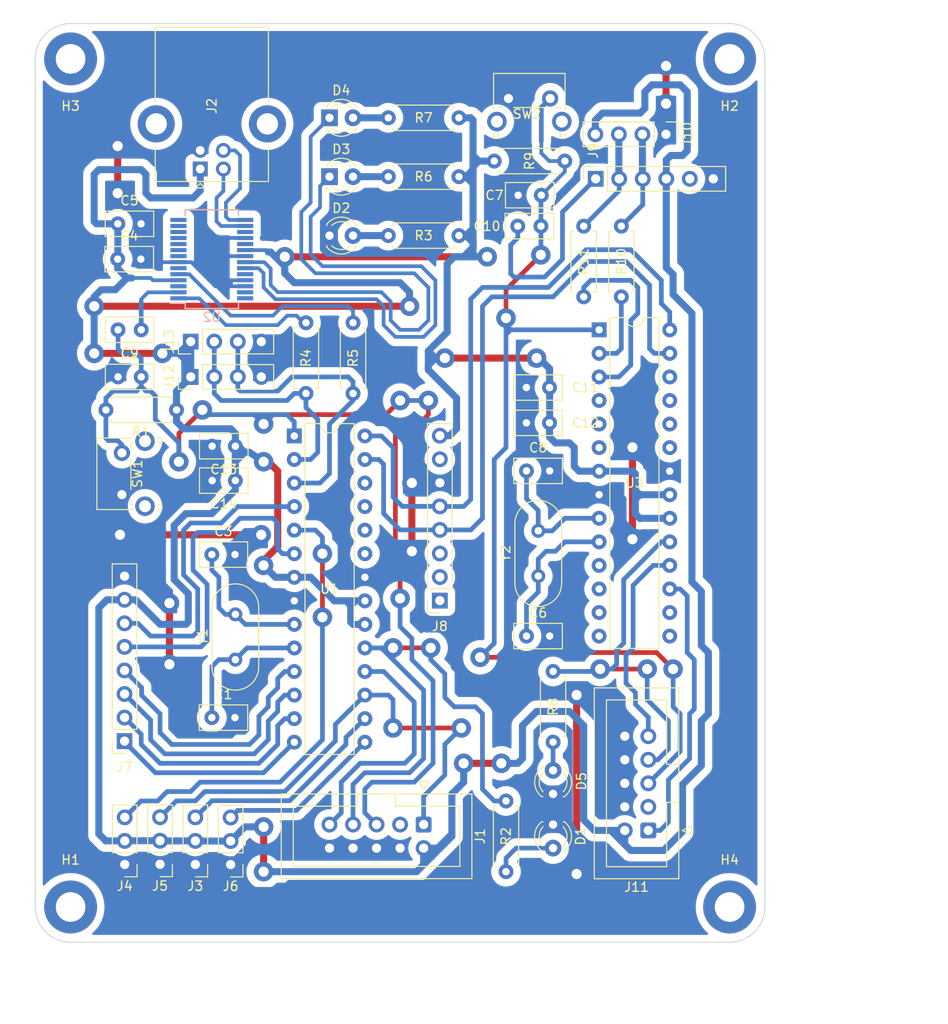
<source format=kicad_pcb>
(kicad_pcb (version 20211014) (generator pcbnew)
  (layers (0 "F.Cu" signal) (31 "B.Cu" signal) (34 "B.Paste" user) (35 "F.Paste" user) (36 "B.SilkS" user "B.Silkscreen") (37 "F.SilkS" user "F.Silkscreen") (38 "B.Mask" user) (39 "F.Mask" user) (44 "Edge.Cuts" user))
  (net 0 "")
  (net 1 "Net-(C1-Pad1)")
  (net 2 "GND")
  (net 3 "/MAIN_CONTROLLER/RST")
  (net 4 "Net-(C3-Pad1)")
  (net 5 "+5V")
  (net 6 "Net-(C6-Pad1)")
  (net 7 "/GPS/RST")
  (net 8 "Net-(C8-Pad1)")
  (net 9 "Net-(D1-Pad2)")
  (net 10 "Net-(D2-Pad2)")
  (net 11 "/MAIN_CONTROLLER/TX_LED")
  (net 12 "Net-(D3-Pad2)")
  (net 13 "/MAIN_CONTROLLER/RX_LED")
  (net 14 "Net-(D4-Pad2)")
  (net 15 "Net-(D5-Pad2)")
  (net 17 "/MAIN_CONTROLLER/SCK")
  (net 18 "/MAIN_CONTROLLER/MISO")
  (net 19 "Net-(J2-Pad3)")
  (net 21 "/MAIN_CONTROLLER/D10")
  (net 22 "/MAIN_CONTROLLER/D3")
  (net 23 "/MAIN_CONTROLLER/D11")
  (net 24 "/MAIN_CONTROLLER/D9")
  (net 25 "/MAIN_CONTROLLER/D8")
  (net 26 "/MAIN_CONTROLLER/D7")
  (net 27 "/MAIN_CONTROLLER/D6")
  (net 28 "/MAIN_CONTROLLER/D5")
  (net 29 "/MAIN_CONTROLLER/D4")
  (net 30 "/MAIN_CONTROLLER/D2")
  (net 34 "SDA")
  (net 35 "SCL")
  (net 37 "/GPS/DTR")
  (net 38 "/GPS/TX")
  (net 39 "/GPS/RX")
  (net 41 "/GPS/MOSI")
  (net 43 "/GPS/SCK")
  (net 44 "/GPS/MISO")
  (net 45 "/MAIN_CONTROLLER/RX")
  (net 46 "/MAIN_CONTROLLER/TX")
  (net 47 "/MAIN_CONTROLLER/A0")
  (net 48 "/MAIN_CONTROLLER/A1")
  (net 49 "/MAIN_CONTROLLER/A2")
  (net 50 "/MAIN_CONTROLLER/A3")
  (net 63 "/GPS/D2")
  (net 64 "/GPS/D3")
  (net 65 "/GPS/D4")
  (net 66 "/GPS/D5")
  (net 67 "/GPS/D6")
  (net 68 "/GPS/D7")
  (net 69 "/GPS/D8")
  (net 70 "/GPS/D9")
  (net 71 "/GPS/D10")
  (net 72 "/GPS/A0")
  (net 73 "/GPS/A1")
  (net 74 "/GPS/A2")
  (net 75 "/GPS/A3")
  (net 76 "Net-(C9-Pad1)")
  (net 77 "Net-(J2-Pad2)")
  (net 78 "Net-(R4-Pad1)")
  (net 79 "Net-(R5-Pad1)")
  (net 80 "Net-(U3-Pad2)")
  (net 81 "Net-(U3-Pad3)")
  (footprint "LED_THT:LED_D3.0mm" (layer "F.Cu") (at 104.14 53.34)
    (fp_text reference "D4")
    (fp_text value "LED_Small")
  )
  (footprint "Connector_PinHeader_2.54mm:PinHeader_1x03_P2.54mm_Vertical" (layer "F.Cu") (at 85.852 133.828 180)
    (fp_text reference "J5")
    (fp_text value "Conn_01x03_Male")
  )
  (footprint "Resistor_THT:R_Axial_DIN0207_L6.3mm_D2.5mm_P7.62mm_Horizontal" (layer "F.Cu") (at 101.6 75.438 -90)
    (fp_text reference "R4")
    (fp_text value "1K")
  )
  (footprint "Capacitor_THT:C_Disc_D5.0mm_W2.5mm_P2.50mm" (layer "F.Cu") (at 124.5 61.688)
    (fp_text reference "C7")
    (fp_text value "100nF")
  )
  (footprint "Package_DIP:DIP-28_W7.62mm" (layer "F.Cu") (at 100.34 87.64)
    (fp_text reference "U1")
    (fp_text value "ATmega328P-P")
  )
  (footprint "Capacitor_THT:C_Disc_D5.0mm_W2.5mm_P2.50mm" (layer "F.Cu") (at 124.46 65.024)
    (fp_text reference "C10")
    (fp_text value "100nF")
  )
  (footprint "Capacitor_THT:C_Disc_D5.0mm_W2.5mm_P2.50mm" (layer "F.Cu") (at 81.3 64.77)
    (fp_text reference "C5")
    (fp_text value "10uF")
  )
  (footprint "LED_THT:LED_D3.0mm" (layer "F.Cu") (at 128.27 129.54 -90)
    (fp_text reference "D1")
    (fp_text value "LED_Small")
  )
  (footprint "Connector_PinHeader_2.54mm:PinHeader_1x03_P2.54mm_Vertical" (layer "F.Cu") (at 93.472 133.858 180)
    (fp_text reference "J6")
    (fp_text value "Conn_01x03_Male")
  )
  (footprint "Capacitor_THT:C_Disc_D5.0mm_W2.5mm_P2.50mm" (layer "F.Cu") (at 125.401 109.22)
    (fp_text reference "C6")
    (fp_text value "22pF")
  )
  (footprint "Button_Switch_THT:SW_Tactile_SPST_Angled_PTS645Vx58-2LFS" (layer "F.Cu") (at 123.455 51.2585)
    (fp_text reference "SW2")
    (fp_text value "SW_SPST")
  )
  (footprint "Package_DIP:DIP-28_W7.62mm" (layer "F.Cu") (at 133.24 76.2)
    (fp_text reference "U3")
    (fp_text value "ATmega328P-P")
  )
  (footprint "Connector_PinSocket_2.54mm:PinSocket_1x08_P2.54mm_Vertical" (layer "F.Cu") (at 116.05 105.395 180)
    (fp_text reference "J8")
    (fp_text value "Conn_01x08_Female")
  )
  (footprint "MountingHole:MountingHole_3.2mm_M3_ISO7380_Pad" (layer "F.Cu") (at 147.32 46.99)
    (fp_text reference "H2")
    (fp_text value "MountingHole")
  )
  (footprint "Capacitor_THT:C_Disc_D5.0mm_W2.5mm_P2.50mm" (layer "F.Cu") (at 127.889 86.233 180)
    (fp_text reference "C12")
    (fp_text value "10uF")
  )
  (footprint "Connector_PinSocket_2.54mm:PinSocket_1x08_P2.54mm_Vertical" (layer "F.Cu") (at 82.02 120.545 180)
    (fp_text reference "J7")
    (fp_text value "Conn_01x08_Female")
  )
  (footprint "Crystal:Crystal_HC49-4H_Vertical" (layer "F.Cu") (at 93.98 111.76 90)
    (fp_text reference "Y1")
    (fp_text value "16 MHz")
  )
  (footprint "Capacitor_THT:C_Disc_D5.0mm_W2.5mm_P2.50mm" (layer "F.Cu") (at 81.28 68.58)
    (fp_text reference "C4")
    (fp_text value "100nF")
  )
  (footprint "LED_THT:LED_D3.0mm" (layer "F.Cu") (at 128.27 126.238 90)
    (fp_text reference "D5")
    (fp_text value "LED_Small")
  )
  (footprint "LED_THT:LED_D3.0mm" (layer "F.Cu") (at 104.14 66.04)
    (fp_text reference "D2")
    (fp_text value "LED_Small")
  )
  (footprint "Connector_IDC:IDC-Header_2x05_P2.54mm_Vertical" (layer "F.Cu") (at 114.3 129.54 -90)
    (fp_text reference "J1")
    (fp_text value "AVR-ISP-10")
  )
  (footprint "Resistor_THT:R_Axial_DIN0207_L6.3mm_D2.5mm_P7.62mm_Horizontal" (layer "F.Cu") (at 131.572 72.644 90)
    (fp_text reference "R11")
    (fp_text value "1K")
  )
  (footprint "Connector_PinHeader_2.54mm:PinHeader_1x04_P2.54mm_Vertical" (layer "F.Cu") (at 140.452 55.118 -90)
    (fp_text reference "J10")
    (fp_text value "GPS INPUT")
  )
  (footprint "Capacitor_THT:C_Disc_D5.0mm_W2.5mm_P2.50mm" (layer "F.Cu") (at 125.401 91.41)
    (fp_text reference "C8")
    (fp_text value "22pF")
  )
  (footprint "Resistor_THT:R_Axial_DIN0207_L6.3mm_D2.5mm_P7.62mm_Horizontal" (layer "F.Cu") (at 135.636 72.644 90)
    (fp_text reference "R10")
    (fp_text value "1K")
  )
  (footprint "MountingHole:MountingHole_3.2mm_M3_ISO7380_Pad" (layer "F.Cu") (at 76.2 46.99)
    (fp_text reference "H3")
    (fp_text value "MountingHole")
  )
  (footprint "Connector_PinHeader_2.54mm:PinHeader_1x03_P2.54mm_Vertical" (layer "F.Cu") (at 82.042 133.843 180)
    (fp_text reference "J4")
    (fp_text value "Conn_01x03_Male")
  )
  (footprint "MountingHole:MountingHole_3.2mm_M3_ISO7380_Pad" (layer "F.Cu") (at 76.2 138.43)
    (fp_text reference "H1")
    (fp_text value "MountingHole")
  )
  (footprint "Resistor_THT:R_Axial_DIN0207_L6.3mm_D2.5mm_P7.62mm_Horizontal" (layer "F.Cu") (at 110.49 59.69)
    (fp_text reference "R6")
    (fp_text value "330R")
  )
  (footprint "Connector_PinHeader_2.54mm:PinHeader_1x04_P2.54mm_Vertical" (layer "F.Cu") (at 89.164 81.28 90)
    (fp_text reference "J12")
    (fp_text value "TRANSMITTER_1")
  )
  (footprint "Capacitor_THT:C_Disc_D5.0mm_W2.5mm_P2.50mm" (layer "F.Cu") (at 91.44 118.01)
    (fp_text reference "C1")
    (fp_text value "22pF")
  )
  (footprint "Resistor_THT:R_Axial_DIN0207_L6.3mm_D2.5mm_P7.62mm_Horizontal" (layer "F.Cu") (at 128.27 113.03 -90)
    (fp_text reference "R8")
    (fp_text value "330R")
  )
  (footprint "Resistor_THT:R_Axial_DIN0207_L6.3mm_D2.5mm_P7.62mm_Horizontal" (layer "F.Cu") (at 118.11 66.04 180)
    (fp_text reference "R3")
    (fp_text value "330R")
  )
  (footprint "Connector_IDC:IDC-Header_2x05_P2.54mm_Vertical" (layer "F.Cu") (at 138.5475 130.175 180)
    (fp_text reference "J11")
    (fp_text value "AVR-ISP-10")
  )
  (footprint "Crystal:Crystal_HC49-4H_Vertical" (layer "F.Cu") (at 126.671 102.75 90)
    (fp_text reference "Y2")
    (fp_text value "16 MHz")
  )
  (footprint "Resistor_THT:R_Axial_DIN0207_L6.3mm_D2.5mm_P7.62mm_Horizontal" (layer "F.Cu") (at 123.19 127 -90)
    (fp_text reference "R2")
    (fp_text value "330R")
  )
  (footprint "Resistor_THT:R_Axial_DIN0207_L6.3mm_D2.5mm_P7.62mm_Horizontal" (layer "F.Cu") (at 87.63 84.836 180)
    (fp_text reference "R1")
    (fp_text value "10K")
  )
  (footprint "Capacitor_THT:C_Disc_D5.0mm_W2.5mm_P2.50mm" (layer "F.Cu") (at 91.44 100.43)
    (fp_text reference "C3")
    (fp_text value "22pF")
  )
  (footprint "MountingHole:MountingHole_3.2mm_M3_ISO7380_Pad" (layer "F.Cu") (at 147.32 138.43)
    (fp_text reference "H4")
    (fp_text value "MountingHole")
  )
  (footprint "Button_Switch_THT:SW_Tactile_SPST_Angled_PTS645Vx58-2LFS" (layer "F.Cu") (at 81.7385 93.969 90)
    (fp_text reference "SW1")
    (fp_text value "SW_SPST")
  )
  (footprint "LED_THT:LED_D3.0mm" (layer "F.Cu") (at 104.14 59.69)
    (fp_text reference "D3")
    (fp_text value "LED_Small")
  )
  (footprint "Connector_PinSocket_2.54mm:PinSocket_1x06_P2.54mm_Vertical" (layer "F.Cu") (at 132.867 59.919 90)
    (fp_text reference "J9")
    (fp_text value "FTDI BREAKOUT BOARD")
  )
  (footprint "Capacitor_THT:C_Disc_D5.0mm_W2.5mm_P2.50mm" (layer "F.Cu") (at 93.98 88.746 180)
    (fp_text reference "C13")
    (fp_text value "100nF")
  )
  (footprint "Capacitor_THT:C_Disc_D5.0mm_W2.5mm_P2.50mm" (layer "F.Cu") (at 127.889 82.423 180)
    (fp_text reference "C11")
    (fp_text value "100nF")
  )
  (footprint "Resistor_THT:R_Axial_DIN0207_L6.3mm_D2.5mm_P7.62mm_Horizontal" (layer "F.Cu") (at 110.49 53.34)
    (fp_text reference "R7")
    (fp_text value "330R")
  )
  (footprint "Connector_USB:USB_B_Lumberg_2411_02_Horizontal" (layer "F.Cu") (at 90.19 58.8575 90)
    (fp_text reference "J2")
    (fp_text value "USB B")
  )
  (footprint "Capacitor_THT:C_Disc_D5.0mm_W2.5mm_P2.50mm" (layer "F.Cu") (at 93.98 92.456 180)
    (fp_text reference "C14")
    (fp_text value "10uF")
  )
  (footprint "Capacitor_THT:C_Disc_D5.0mm_W2.5mm_P2.50mm" (layer "F.Cu") (at 81.32 81.28)
    (fp_text reference "C2")
    (fp_text value "100nF")
  )
  (footprint "Resistor_THT:R_Axial_DIN0207_L6.3mm_D2.5mm_P7.62mm_Horizontal" (layer "F.Cu") (at 106.68 75.438 -90)
    (fp_text reference "R5")
    (fp_text value "1K")
  )
  (footprint "Connector_PinHeader_2.54mm:PinHeader_1x04_P2.54mm_Vertical" (layer "F.Cu") (at 89.164 77.47 90)
    (fp_text reference "J13")
    (fp_text value "TRANSMITTER_2")
  )
  (footprint "Connector_PinHeader_2.54mm:PinHeader_1x03_P2.54mm_Vertical" (layer "F.Cu") (at 89.662 133.843 180)
    (fp_text reference "J3")
    (fp_text value "Conn_01x03_Male")
  )
  (footprint "Capacitor_THT:C_Disc_D5.0mm_W2.5mm_P2.50mm" (layer "F.Cu") (at 83.82 76.2 180)
    (fp_text reference "C9")
    (fp_text value "100nF")
  )
  (footprint "Resistor_THT:R_Axial_DIN0207_L6.3mm_D2.5mm_P7.62mm_Horizontal" (layer "F.Cu") (at 121.92 58.005)
    (fp_text reference "R9")
    (fp_text value "10K")
  )
  (footprint "Package_SO:SSOP-28_5.3x10.2mm_P0.65mm" (layer "B.Cu") (at 91.44 68.58)
    (fp_text reference "U2")
    (fp_text value "FT232RL")
  )
  (gr_line (start 151.13 46.99) (end 151.13 138.43) (layer "Edge.Cuts") (width 0.1))
  (gr_line (start 72.39 138.43) (end 72.39 46.99) (layer "Edge.Cuts") (width 0.1))
  (gr_arc (start 76.2 142.24) (mid 73.505923 141.124077) (end 72.39 138.43) (layer "Edge.Cuts") (width 0.1))
  (gr_line (start 76.2 43.18) (end 147.32 43.18) (layer "Edge.Cuts") (width 0.1))
  (gr_line (start 147.32 142.24) (end 76.2 142.24) (layer "Edge.Cuts") (width 0.1))
  (gr_arc (start 151.13 138.43) (mid 150.014077 141.124077) (end 147.32 142.24) (layer "Edge.Cuts") (width 0.1))
  (gr_arc (start 72.39 46.99) (mid 73.505923 44.295923) (end 76.2 43.18) (layer "Edge.Cuts") (width 0.1))
  (gr_arc (start 147.32 43.18) (mid 150.014077 44.295923) (end 151.13 46.99) (layer "Edge.Cuts") (width 0.1))
  (segment (start 91.44 118.01) (end 91.44 112.522) (width 0.508) (layer "B.Cu") (net 1))
  (segment (start 92.202 111.76) (end 93.98 111.76) (width 0.508) (layer "B.Cu") (net 1))
  (segment (start 91.44 112.522) (end 92.202 111.76) (width 0.508) (layer "B.Cu") (net 1))
  (segment (start 95.24 110.5) (end 93.98 111.76) (width 0.508) (layer "B.Cu") (net 1))
  (segment (start 100.34 110.5) (end 95.24 110.5) (width 0.508) (layer "B.Cu") (net 1))
  (segment (start 130.81 134.874) (end 130.81 115.57) (width 0.762) (layer "F.Cu") (net 2))
  (segment (start 96.774 98.298) (end 81.534 98.298) (width 0.762) (layer "F.Cu") (net 2))
  (segment (start 86.868 112.268) (end 86.868 105.664) (width 0.762) (layer "F.Cu") (net 2))
  (segment (start 113.03 92.71) (end 113.03 100.076) (width 0.762) (layer "F.Cu") (net 2))
  (segment (start 140.462 51.816) (end 140.462 47.752) (width 0.762) (layer "F.Cu") (net 2))
  (segment (start 136.836 98.776) (end 136.836 88.87) (width 0.762) (layer "F.Cu") (net 2))
  (segment (start 81.28 61.468) (end 81.28 56.388) (width 0.762) (layer "F.Cu") (net 2))
  (via (at 96.774 98.298) (size 2.1) (drill 1.1) (layers "F.Cu" "B.Cu") (net 2))
  (via (at 113.03 92.71) (size 2.1) (drill 1.1) (layers "F.Cu" "B.Cu") (net 2))
  (via (at 86.868 105.664) (size 2.1) (drill 1.1) (layers "F.Cu" "B.Cu") (net 2))
  (via (at 113.03 100.076) (size 2.1) (drill 1.1) (layers "F.Cu" "B.Cu") (net 2))
  (via (at 136.836 88.87) (size 2.1) (drill 1.1) (layers "F.Cu" "B.Cu") (net 2))
  (via (at 130.81 134.874) (size 2.1) (drill 1.1) (layers "F.Cu" "B.Cu") (net 2))
  (via (at 81.534 98.298) (size 2.1) (drill 1.1) (layers "F.Cu" "B.Cu") (net 2))
  (via (at 130.81 115.57) (size 2.1) (drill 1.1) (layers "F.Cu" "B.Cu") (net 2))
  (via (at 140.462 47.752) (size 2.1) (drill 1.1) (layers "F.Cu" "B.Cu") (net 2))
  (via (at 136.836 98.776) (size 2.1) (drill 1.1) (layers "F.Cu" "B.Cu") (net 2))
  (via (at 81.28 61.468) (size 2.1) (drill 1.1) (layers "F.Cu" "B.Cu") (net 2))
  (via (at 86.868 112.268) (size 2.1) (drill 1.1) (layers "F.Cu" "B.Cu") (net 2))
  (via (at 140.462 51.816) (size 2.1) (drill 1.1) (layers "F.Cu" "B.Cu") (net 2))
  (via (at 81.28 56.388) (size 2.1) (drill 1.1) (layers "F.Cu" "B.Cu") (net 2))
  (segment (start 107.696 79.756) (end 98.308 79.756) (width 0.762) (layer "B.Cu") (net 2))
  (segment (start 123.444 90.424) (end 123.444 110.744) (width 0.762) (layer "B.Cu") (net 2))
  (segment (start 85.852 133.828) (end 89.647 133.828) (width 0.762) (layer "B.Cu") (net 2))
  (segment (start 135.82 96.744) (end 135.82 97.76) (width 0.762) (layer "B.Cu") (net 2))
  (segment (start 114.524 92.71) (end 113.03 92.71) (width 0.762) (layer "B.Cu") (net 2))
  (segment (start 99.822 135.89) (end 99.06 136.652) (width 0.762) (layer "B.Cu") (net 2))
  (segment (start 81.534 94.1735) (end 81.7385 93.969) (width 0.762) (layer "B.Cu") (net 2))
  (segment (start 109.982 85.852) (end 110.744 85.852) (width 0.762) (layer "B.Cu") (net 2))
  (segment (start 77.724 104.394) (end 77.724 131.318) (width 0.762) (layer "B.Cu") (net 2))
  (segment (start 127.901 110.351) (end 127.901 109.22) (width 0.762) (layer "B.Cu") (net 2))
  (segment (start 119.415 129.505) (end 119.45 129.54) (width 0.762) (layer "B.Cu") (net 2))
  (segment (start 93.94 100.43) (end 93.94 103.338) (width 0.762) (layer "B.Cu") (net 2))
  (segment (start 109.474 85.344) (end 109.982 85.852) (width 0.762) (layer "B.Cu") (net 2))
  (segment (start 96.022 105.42) (end 98.034 105.42) (width 0.762) (layer "B.Cu") (net 2))
  (segment (start 119.45 129.54) (end 128.27 129.54) (width 0.762) (layer "B.Cu") (net 2))
  (segment (start 95.04 68.255) (end 92.019 68.255) (width 0.4) (layer "B.Cu") (net 2))
  (segment (start 109.474 85.344) (end 109.474 81.534) (width 0.762) (layer "B.Cu") (net 2))
  (segment (start 95.04 70.855) (end 91.175 70.855) (width 0.4) (layer "B.Cu") (net 2))
  (segment (start 124.206 89.662) (end 124.46 89.662) (width 0.762) (layer "B.Cu") (net 2))
  (segment (start 90.297 69.977) (end 91.059 70.739) (width 0.4) (layer "B.Cu") (net 2))
  (segment (start 124.5 52.3035) (end 123.455 51.2585) (width 0.762) (layer "B.Cu") (net 2))
  (segment (start 92.019 66.985) (end 92.019 68.255) (width 0.4) (layer "B.Cu") (net 2))
  (segment (start 114.3 90.932) (end 114.3 91.44) (width 0.762) (layer "B.Cu") (net 2))
  (segment (start 123.444 113.284) (end 123.952 113.792) (width 0.762) (layer "B.Cu") (net 2))
  (segment (start 83.8 68.56) (end 83.78 68.58) (width 0.762) (layer "B.Cu") (net 2))
  (segment (start 92.71 66.294) (end 92.019 66.985) (width 0.4) (layer "B.Cu") (net 2))
  (segment (start 113.03 102.616) (end 113.03 100.076) (width 0.762) (layer "B.Cu") (net 2))
  (segment (start 104.14 132.08) (end 106.68 132.08) (width 0.762) (layer "B.Cu") (net 2))
  (segment (start 82.042 133.843) (end 85.837 133.843) (width 0.762) (layer "B.Cu") (net 2))
  (segment (start 91.48 93.94) (end 90.932 94.488) (width 0.762) (layer "B.Cu") (net 2))
  (segment (start 119.415 129.505) (end 118.999 129.921) (width 0.762) (layer "B.Cu") (net 2))
  (segment (start 80.249 133.843) (end 82.042 133.843) (width 0.762) (layer "B.Cu") (net 2))
  (segment (start 79.248 134.844) (end 80.249 133.843) (width 0.762) (layer "B.Cu") (net 2))
  (segment (start 85.449 102.765) (end 82.02 102.765) (width 0.762) (layer "B.Cu") (net 2))
  (segment (start 105.41 86.868) (end 105.41 102.362) (width 0.762) (layer "B.Cu") (net 2))
  (segment (start 93.94 99.1) (end 93.94 100.43) (width 0.762) (layer "B.Cu") (net 2))
  (segment (start 104.14 132.08) (end 95.25 132.08) (width 0.762) (layer "B.Cu") (net 2))
  (segment (start 118.999 132.207) (end 115.316 135.89) (width 0.762) (layer "B.Cu") (net 2))
  (segment (start 82.02 102.765) (end 79.353 102.765) (width 0.762) (layer "B.Cu") (net 2))
  (segment (start 86.868 105.664) (end 86.868 104.394) (width 0.762) (layer "B.Cu") (net 2))
  (segment (start 123.444 110.744) (end 123.444 112.014) (width 0.762) (layer "B.Cu") (net 2))
  (segment (start 114.3 92.456) (end 114.3 91.44) (width 0.762) (layer "B.Cu") (net 2))
  (segment (start 97.048 79.756) (end 98.064 79.756) (width 0.762) (layer "B.Cu") (net 2))
  (segment (start 125.603 89.662) (end 124.206 89.662) (width 0.762) (layer "B.Cu") (net 2))
  (segment (start 87.122 119.126) (end 87.884 119.888) (width 0.762) (layer "B.Cu") (net 2))
  (segment (start 98.308 79.756) (end 98.064 79.756) (width 0.762) (layer "B.Cu") (net 2))
  (segment (start 81.534 95.504) (end 81.534 94.1735) (width 0.762) (layer "B.Cu") (net 2))
  (segment (start 123.444 113.284) (end 122.936 113.792) (width 0.762) (layer "B.Cu") (net 2))
  (segment (start 93.969 66.305) (end 93.958 66.294) (width 0.4) (layer "B.Cu") (net 2))
  (segment (start 114.539 92.695) (end 114.524 92.71) (width 0.762) (layer "B.Cu") (net 2))
  (segment (start 135.82 94.458) (end 135.82 96.744) (width 0.762) (layer "B.Cu") (net 2))
  (segment (start 87.84 68.905) (end 89.225 68.905) (width 0.4) (layer "B.Cu") (net 2))
  (segment (start 126.746 115.57) (end 130.81 115.57) (width 0.762) (layer "B.Cu") (net 2))
  (segment (start 85.344 98.298) (end 86.106 99.06) (width 0.762) (layer "B.Cu") (net 2))
  (segment (start 135.82 97.76) (end 136.836 98.776) (width 0.762) (layer "B.Cu") (net 2))
  (segment (start 81.534 98.298) (end 85.09 98.298) (width 0.762) (layer "B.Cu") (net 2))
  (segment (start 112.776 89.408) (end 112.776 92.456) (width 0.762) (layer "B.Cu") (net 2))
  (segment (start 117.602 112.522) (end 117.602 108.966) (width 0.762) (layer "B.Cu") (net 2))
  (segment (start 98.064 79.756) (end 96.784 78.476) (width 0.762) (layer "B.Cu") (net 2))
  (segment (start 123.952 113.792) (end 124.968 113.792) (width 0.762) (layer "B.Cu") (net 2))
  (segment (start 125.389 86.233) (end 125.389 88.733) (width 0.762) (layer "B.Cu") (net 2))
  (segment (start 135.566 94.204) (end 135.82 94.458) (width 0.762) (layer "B.Cu") (net 2))
  (segment (start 127.901 91.41) (end 127.901 92.341) (width 0.762) (layer "B.Cu") (net 2))
  (segment (start 114.554 108.458) (end 113.792 107.696) (width 0.762) (layer "B.Cu") (net 2))
  (segment (start 91.825 71.505) (end 95.04 71.505) (width 0.4) (layer "B.Cu") (net 2))
  (segment (start 109.22 132.08) (end 111.76 132.08) (width 0.762) (layer "B.Cu") (net 2))
  (segment (start 81.534 98.298) (end 81.534 95.504) (width 0.762) (layer "B.Cu") (net 2))
  (segment (start 138.36 89.124) (end 138.106 88.87) (width 0.762) (layer "B.Cu") (net 2))
  (segment (start 96.774 98.298) (end 94.742 98.298) (width 0.762) (layer "B.Cu") (net 2))
  (segment (start 86.106 103.422) (end 85.449 102.765) (width 0.762) (layer "B.Cu") (net 2))
  (segment (start 138.106 88.87) (end 136.836 88.87) (width 0.762) (layer "B.Cu") (net 2))
  (segment (start 79.248 135.382) (end 79.248 135.128) (width 0.762) (layer "B.Cu") (net 2))
  (segment (start 82.296 62.992) (end 81.28 61.976) (width 0.762) (layer "B.Cu") (net 2))
  (segment (start 114.539 92.695) (end 114.3 92.456) (width 0.762) (layer "B.Cu") (net 2))
  (segment (start 125.389 89.448) (end 125.603 89.662) (width 0.762) (layer "B.Cu") (net 2))
  (segment (start 86.106 103.632) (end 86.106 103.422) (width 0.762) (layer "B.Cu") (net 2))
  (segment (start 127.901 91.41) (end 127.901 90.309) (width 0.762) (layer "B.Cu") (net 2))
  (segment (start 115.316 135.89) (end 99.822 135.89) (width 0.762) (layer "B.Cu") (net 2))
  (segment (start 140.86 91.44) (end 138.898 91.44) (width 0.762) (layer "B.Cu") (net 2))
  (segment (start 86.868 104.394) (end 86.106 103.632) (width 0.762) (layer "B.Cu") (net 2))
  (segment (start 87.84 68.905) (end 85.923 68.905) (width 0.4) (layer "B.Cu") (net 2))
  (segment (start 94.742 98.298) (end 93.94 99.1) (width 0.762) (layer "B.Cu") (net 2))
  (segment (start 96.784 80.02) (end 96.784 81.28) (width 0.762) (layer "B.Cu") (net 2))
  (segment (start 91.175 70.855) (end 91.059 70.739) (width 0.4) (layer "B.Cu") (net 2))
  (segment (start 113.792 103.378) (end 113.03 102.616) (width 0.762) (layer "B.Cu") (net 2))
  (segment (start 127.901 90.309) (end 127.254 89.662) (width 0.762) (layer "B.Cu") (net 2))
  (segment (start 112.776 87.884) (end 112.776 89.408) (width 0.762) (layer "B.Cu") (net 2))
  (segment (start 125.389 88.813) (end 126.238 89.662) (width 0.762) (layer "B.Cu") (net 2))
  (segment (start 86.106 96.774) (end 88.392 94.488) (width 0.762) (layer "B.Cu") (net 2))
  (segment (start 135.342 93.98) (end 135.566 94.204) (width 0.762) (layer "B.Cu") (net 2))
  (segment (start 133.24 93.98) (end 135.342 93.98) (width 0.762) (layer "B.Cu") (net 2))
  (segment (start 99.06 136.652) (end 94.996 136.652) (width 0.762) (layer "B.Cu") (net 2))
  (segment (start 124.5 61.688) (end 124.5 52.3035) (width 0.762) (layer "B.Cu") (net 2))
  (segment (start 86.106 102.108) (end 85.449 102.765) (width 0.762) (layer "B.Cu") (net 2))
  (segment (start 118.872 113.792) (end 117.602 112.522) (width 0.762) (layer "B.Cu") (net 2))
  (segment (start 85.09 98.298) (end 85.598 98.298) (width 0.762) (layer "B.Cu") (net 2))
  (segment (start 79.756 135.89) (end 79.248 135.382) (width 0.762) (layer "B.Cu") (net 2))
  (segment (start 127.901 92.341) (end 129.54 93.98) (width 0.762) (layer "B.Cu") (net 2))
  (segment (start 127.254 89.662) (end 126.238 89.662) (width 0.762) (layer "B.Cu") (net 2))
  (segment (start 105.41 102.362) (end 105.928 102.88) (width 0.762) (layer "B.Cu") (net 2))
  (segment (start 110.744 85.852) (end 112.776 87.884) (width 0.762) (layer "B.Cu") (net 2))
  (segment (start 117.094 108.458) (end 114.554 108.458) (width 0.762) (layer "B.Cu") (net 2))
  (segment (start 125.389 88.733) (end 125.389 88.813) (width 0.762) (layer "B.Cu") (net 2))
  (segment (start 77.724 131.318) (end 79.248 132.842) (width 0.762) (layer "B.Cu") (net 2))
  (segment (start 79.999 93.969) (end 81.534 95.504) (width 0.762) (layer "B.Cu") (net 2))
  (segment (start 96.784 77.47) (end 96.784 78.476) (width 0.762) (layer "B.Cu") (net 2))
  (segment (start 123.952 111.252) (end 127 111.252) (width 0.762) (layer "B.Cu") (net 2))
  (segment (start 112.776 92.456) (end 113.03 92.71) (width 0.762) (layer "B.Cu") (net 2))
  (segment (start 118.999 129.921) (end 118.999 132.207) (width 0.762) (layer "B.Cu") (net 2))
  (segment (start 91.48 92.456) (end 91.48 93.94) (width 0.762) (layer "B.Cu") (net 2))
  (segment (start 89.225 68.905) (end 90.297 69.977) (width 0.4) (layer "B.Cu") (net 2))
  (segment (start 97.028 80.264) (end 96.784 80.508) (width 0.762) (layer "B.Cu") (net 2))
  (segment (start 85.598 98.298) (end 86.106 97.79) (width 0.762) (layer "B.Cu") (net 2))
  (segment (start 93.958 66.294) (end 92.71 66.294) (width 0.4) (layer "B.Cu") (net 2))
  (segment (start 113.792 107.696) (end 113.792 103.378) (width 0.762) (layer "B.Cu") (net 2))
  (segment (start 94.996 136.652) (end 94.234 135.89) (width 0.762) (layer "B.Cu") (net 2))
  (segment (start 87.122 119.126) (end 87.122 112.522) (width 0.762) (layer "B.Cu") (net 2))
  (segment (start 113.03 92.71) (end 114.3 91.44) (width 0.762) (layer "B.Cu") (net 2))
  (segment (start 86.106 97.79) (end 86.106 98.044) (width 0.762) (layer "B.Cu") (net 2))
  (segment (start 125.389 88.733) (end 125.389 89.448) (width 0.762) (layer "B.Cu") (net 2))
  (segment (start 91.059 70.739) (end 91.825 71.505) (width 0.4) (layer "B.Cu") (net 2))
  (segment (start 138.898 91.44) (end 138.36 90.902) (width 0.762) (layer "B.Cu") (net 2))
  (segment (start 91.48 92.456) (end 91.48 88.746) (width 0.762) (layer "B.Cu") (net 2))
  (segment (start 125.389 86.233) (end 125.389 82.423) (width 0.762) (layer "B.Cu") (net 2))
  (segment (start 79.248 135.128) (end 79.248 133.858) (width 0.762) (layer "B.Cu") (net 2))
  (segment (start 90.932 94.488) (end 88.392 94.488) (width 0.762) (layer "B.Cu") (net 2))
  (segment (start 86.106 98.044) (end 86.106 99.06) (width 0.762) (layer "B.Cu") (net 2))
  (segment (start 106.934 85.344) (end 105.41 86.868) (width 0.762) (layer "B.Cu") (net 2))
  (segment (start 129.54 93.98) (end 133.24 93.98) (width 0.762) (layer "B.Cu") (net 2))
  (segment (start 85.598 68.58) (end 83.78 68.58) (width 0.4) (layer "B.Cu") (net 2))
  (segment (start 82.804 62.992) (end 82.296 62.992) (width 0.762) (layer "B.Cu") (net 2))
  (segment (start 105.928 102.88) (end 107.96 102.88) (width 0.762) (layer "B.Cu") (net 2))
  (segment (start 81.28 61.976) (end 81.28 61.468) (width 0.762) (layer "B.Cu") (net 2))
  (segment (start 124.968 113.792) (end 126.746 115.57) (width 0.762) (layer "B.Cu") (net 2))
  (segment (start 83.8 63.988) (end 82.804 62.992) (width 0.762) (layer "B.Cu") (net 2))
  (segment (start 126.238 89.662) (end 125.603 89.662) (width 0.762) (layer "B.Cu") (net 2))
  (segment (start 93.94 103.338) (end 96.022 105.42) (width 0.762) (layer "B.Cu") (net 2))
  (segment (start 124.46 89.662) (end 125.389 88.733) (width 0.762) (layer "B.Cu") (net 2))
  (segment (start 79.263 133.843) (end 80.249 133.843) (width 0.762) (layer "B.Cu") (net 2))
  (segment (start 117.602 108.966) (end 117.094 108.458) (width 0.762) (layer "B.Cu") (net 2))
  (segment (start 98.308 79.756) (end 96.784 81.28) (width 0.762) (layer "B.Cu") (net 2))
  (segment (start 92.019 68.255) (end 90.297 69.977) (width 0.4) (layer "B.Cu") (net 2))
  (segment (start 109.474 81.534) (end 107.696 79.756) (width 0.762) (layer "B.Cu") (net 2))
  (segment (start 85.923 68.905) (end 85.598 68.58) (width 0.4) (layer "B.Cu") (net 2))
  (segment (start 85.09 98.298) (end 85.344 98.298) (width 0.762) (layer "B.Cu") (net 2))
  (segment (start 123.444 111.76) (end 123.952 111.252) (width 0.762) (layer "B.Cu") (net 2))
  (segment (start 94.234 135.89) (end 79.756 135.89) (width 0.762) (layer "B.Cu") (net 2))
  (segment (start 95.25 132.08) (end 93.472 133.858) (width 0.762) (layer "B.Cu") (net 2))
  (segment (start 138.36 90.902) (end 138.36 89.124) (width 0.762) (layer "B.Cu") (net 2))
  (segment (start 109.474 85.344) (end 106.934 85.344) (width 0.762) (layer "B.Cu") (net 2))
  (segment (start 95.04 66.305) (end 93.969 66.305) (width 0.4) (layer "B.Cu") (net 2))
  (segment (start 116.05 92.695) (end 114.539 92.695) (width 0.762) (layer "B.Cu") (net 2))
  (segment (start 96.784 78.476) (end 96.784 80.02) (width 0.762) (layer "B.Cu") (net 2))
  (segment (start 79.248 135.128) (end 79.248 134.844) (width 0.762) (layer "B.Cu") (net 2))
  (segment (start 79.248 132.842) (end 80.249 133.843) (width 0.762) (layer "B.Cu") (net 2))
  (segment (start 89.662 133.843) (end 93.457 133.843) (width 0.762) (layer "B.Cu") (net 2))
  (segment (start 123.444 112.014) (end 123.444 113.284) (width 0.762) (layer "B.Cu") (net 2))
  (segment (start 86.106 103.632) (end 86.106 102.108) (width 0.762) (layer "B.Cu") (net 2))
  (segment (start 106.68 132.08) (end 109.22 132.08) (width 0.762) (layer "B.Cu") (net 2))
  (segment (start 127 111.252) (end 127.901 110.351) (width 0.762) (layer "B.Cu") (net 2))
  (segment (start 96.784 80.02) (end 97.048 79.756) (width 0.762) (layer "B.Cu") (net 2))
  (segment (start 83.8 64.77) (end 83.8 63.988) (width 0.762) (layer "B.Cu") (net 2))
  (segment (start 79.248 133.858) (end 79.263 133.843) (width 0.762) (layer "B.Cu") (net 2))
  (segment (start 98.034 105.42) (end 100.34 105.42) (width 0.762) (layer "B.Cu") (net 2))
  (segment (start 112.776 89.408) (end 114.3 90.932) (width 0.762) (layer "B.Cu") (net 2))
  (segment (start 87.122 112.522) (end 86.868 112.268) (width 0.762) (layer "B.Cu") (net 2))
  (segment (start 86.106 99.06) (end 86.106 102.108) (width 0.762) (layer "B.Cu") (net 2))
  (segment (start 81.7385 93.969) (end 79.999 93.969) (width 0.762) (layer "B.Cu") (net 2))
  (segment (start 79.353 102.765) (end 77.724 104.394) (width 0.762) (layer "B.Cu") (net 2))
  (segment (start 140.452 55.118) (end 140.452 51.826) (width 0.762) (layer "B.Cu") (net 2))
  (segment (start 85.852 98.298) (end 86.106 98.044) (width 0.762) (layer "B.Cu") (net 2))
  (segment (start 122.936 113.792) (end 118.872 113.792) (width 0.762) (layer "B.Cu") (net 2))
  (segment (start 85.09 98.298) (end 85.852 98.298) (width 0.762) (layer "B.Cu") (net 2))
  (segment (start 86.106 96.774) (end 86.106 97.79) (width 0.762) (layer "B.Cu") (net 2))
  (segment (start 140.452 51.826) (end 140.462 51.816) (width 0.762) (layer "B.Cu") (net 2))
  (segment (start 123.444 112.014) (end 123.444 111.76) (width 0.762) (layer "B.Cu") (net 2))
  (segment (start 124.206 89.662) (end 123.444 90.424) (width 0.762) (layer "B.Cu") (net 2))
  (segment (start 93.94 119.42) (end 93.94 118.01) (width 0.762) (layer "B.Cu") (net 2))
  (segment (start 79.248 132.842) (end 79.248 133.858) (width 0.762) (layer "B.Cu") (net 2))
  (segment (start 123.444 110.744) (end 123.952 111.252) (width 0.762) (layer "B.Cu") (net 2))
  (segment (start 93.472 119.888) (end 93.94 119.42) (width 0.762) (layer "B.Cu") (net 2))
  (segment (start 87.884 119.888) (end 93.472 119.888) (width 0.762) (layer "B.Cu") (net 2))
  (segment (start 96.784 80.508) (end 96.784 81.28) (width 0.762) (layer "B.Cu") (net 2))
  (segment (start 83.8 64.77) (end 83.8 68.56) (width 0.762) (layer "B.Cu") (net 2))
  (segment (start 98.044 85.344) (end 97.028 86.36) (width 0.508) (layer "F.Cu") (net 3))
  (segment (start 110.236 85.344) (end 107.696 85.344) (width 0.508) (layer "F.Cu") (net 3))
  (segment (start 111.76 83.82) (end 110.236 85.344) (width 0.508) (layer "F.Cu") (net 3))
  (segment (start 107.696 85.344) (end 98.044 85.344) (width 0.508) (layer "F.Cu") (net 3))
  (segment (start 90.424 84.836) (end 87.884 87.376) (width 0.508) (layer "F.Cu") (net 3))
  (segment (start 111.252 86.868) (end 111.252 101.854) (width 0.508) (layer "F.Cu") (net 3))
  (segment (start 112.268 85.852) (end 111.252 86.868) (width 0.508) (layer "F.Cu") (net 3))
  (segment (start 111.252 101.854) (end 111.76 102.362) (width 0.508) (layer "F.Cu") (net 3))
  (segment (start 114.808 83.82) (end 114.808 85.344) (width 0.508) (layer "F.Cu") (net 3))
  (segment (start 111.76 102.362) (end 111.76 105.156) (width 0.508) (layer "F.Cu") (net 3))
  (segment (start 114.3 85.852) (end 112.268 85.852) (width 0.508) (layer "F.Cu") (net 3))
  (segment (start 87.884 87.376) (end 87.884 90.424) (width 0.508) (layer "F.Cu") (net 3))
  (segment (start 114.808 85.344) (end 114.3 85.852) (width 0.508) (layer "F.Cu") (net 3))
  (via (at 90.424 84.836) (size 2.1) (drill 1.1) (layers "F.Cu" "B.Cu") (net 3))
  (via (at 97.028 86.36) (size 2.1) (drill 1.1) (layers "F.Cu" "B.Cu") (net 3))
  (via (at 111.76 83.82) (size 2.1) (drill 1.1) (layers "F.Cu" "B.Cu") (net 3))
  (via (at 87.884 90.424) (size 2.1) (drill 1.1) (layers "F.Cu" "B.Cu") (net 3))
  (via (at 111.76 105.156) (size 2.1) (drill 1.1) (layers "F.Cu" "B.Cu") (net 3))
  (via (at 114.808 83.82) (size 2.1) (drill 1.1) (layers "F.Cu" "B.Cu") (net 3))
  (segment (start 108.712 124.968) (end 107.95 125.73) (width 0.508) (layer "B.Cu") (net 3))
  (segment (start 115.316 114.046) (end 115.316 122.936) (width 0.508) (layer "B.Cu") (net 3))
  (segment (start 80.01 83.566) (end 80.01 86.16) (width 0.508) (layer "B.Cu") (net 3))
  (segment (start 83.312 78.74) (end 83.82 79.248) (width 0.508) (layer "B.Cu") (net 3))
  (segment (start 81.28 88.138) (end 80.264 88.138) (width 0.508) (layer "B.Cu") (net 3))
  (segment (start 96.012 85.344) (end 97.028 85.344) (width 0.508) (layer "B.Cu") (net 3))
  (segment (start 111.76 108.204) (end 113.03 109.474) (width 0.508) (layer "B.Cu") (net 3))
  (segment (start 80.01 87.884) (end 80.264 88.138) (width 0.508) (layer "B.Cu") (net 3))
  (segment (start 99.568 85.344) (end 100.34 86.116) (width 0.508) (layer "B.Cu") (net 3))
  (segment (start 97.028 85.344) (end 99.568 85.344) (width 0.508) (layer "B.Cu") (net 3))
  (segment (start 100.34 86.116) (end 100.34 87.64) (width 0.508) (layer "B.Cu") (net 3))
  (segment (start 80.01 86.16) (end 80.01 87.884) (width 0.508) (layer "B.Cu") (net 3))
  (segment (start 107.95 128.27) (end 109.22 129.54) (width 0.508) (layer "B.Cu") (net 3))
  (segment (start 90.932 85.344) (end 96.012 85.344) (width 0.508) (layer "B.Cu") (net 3))
  (segment (start 97.028 86.36) (end 96.012 85.344) (width 0.508) (layer "B.Cu") (net 3))
  (segment (start 83.82 80.01) (end 83.82 80.264) (width 0.508) (layer "B.Cu") (net 3))
  (segment (start 97.028 86.36) (end 97.028 85.344) (width 0.508) (layer "B.Cu") (net 3))
  (segment (start 81.788 78.74) (end 83.312 78.74) (width 0.508) (layer "B.Cu") (net 3))
  (segment (start 81.7385 88.5965) (end 81.28 88.138) (width 0.508) (layer "B.Cu") (net 3))
  (segment (start 111.76 105.156) (end 111.76 108.204) (width 0.508) (layer "B.Cu") (net 3))
  (segment (start 83.82 82.296) (end 83.312 82.804) (width 0.508) (layer "B.Cu") (net 3))
  (segment (start 81.32 76.2) (end 81.32 78.272) (width 0.508) (layer "B.Cu") (net 3))
  (segment (start 83.82 81.28) (end 83.82 82.296) (width 0.508) (layer "B.Cu") (net 3))
  (segment (start 80.772 82.804) (end 80.01 83.566) (width 0.508) (layer "B.Cu") (net 3))
  (segment (start 113.03 111.76) (end 115.316 114.046) (width 0.508) (layer "B.Cu") (net 3))
  (segment (start 85.344 83.312) (end 85.344 85.852) (width 0.508) (layer "B.Cu") (net 3))
  (segment (start 83.82 79.248) (end 83.82 80.01) (width 0.508) (layer "B.Cu") (net 3))
  (segment (start 81.32 78.272) (end 81.788 78.74) (width 0.508) (layer "B.Cu") (net 3))
  (segment (start 113.284 124.968) (end 108.712 124.968) (width 0.508) (layer "B.Cu") (net 3))
  (segment (start 114.808 83.82) (end 111.76 83.82) (width 0.508) (layer "B.Cu") (net 3))
  (segment (start 84.836 82.804) (end 85.344 83.312) (width 0.508) (layer "B.Cu") (net 3))
  (segment (start 87.884 88.392) (end 87.884 90.424) (width 0.508) (layer "B.Cu") (net 3))
  (segment (start 107.95 125.73) (end 107.95 128.27) (width 0.508) (layer "B.Cu") (net 3))
  (segment (start 85.344 85.852) (end 87.884 88.392) (width 0.508) (layer "B.Cu") (net 3))
  (segment (start 90.424 84.836) (end 90.932 85.344) (width 0.508) (layer "B.Cu") (net 3))
  (segment (start 83.312 82.804) (end 80.772 82.804) (width 0.508) (layer "B.Cu") (net 3))
  (segment (start 83.82 82.296) (end 84.328 82.804) (width 0.508) (layer "B.Cu") (net 3))
  (segment (start 84.328 82.804) (end 84.836 82.804) (width 0.508) (layer "B.Cu") (net 3))
  (segment (start 113.03 109.474) (end 113.03 111.76) (width 0.508) (layer "B.Cu") (net 3))
  (segment (start 83.82 80.01) (end 83.82 81.28) (width 0.508) (layer "B.Cu") (net 3))
  (segment (start 97.028 86.36) (end 98.044 85.344) (width 0.508) (layer "B.Cu") (net 3))
  (segment (start 113.284 124.968) (end 115.316 122.936) (width 0.508) (layer "B.Cu") (net 3))
  (segment (start 92.91 106.88) (end 93.98 106.88) (width 0.508) (layer "B.Cu") (net 4))
  (segment (start 92.202 102.87) (end 92.202 106.172) (width 0.508) (layer "B.Cu") (net 4))
  (segment (start 92.202 106.172) (end 92.91 106.88) (width 0.508) (layer "B.Cu") (net 4))
  (segment (start 91.44 100.43) (end 91.44 102.108) (width 0.508) (layer "B.Cu") (net 4))
  (segment (start 100.34 107.96) (end 95.06 107.96) (width 0.508) (layer "B.Cu") (net 4))
  (segment (start 91.44 102.108) (end 92.202 102.87) (width 0.508) (layer "B.Cu") (net 4))
  (segment (start 95.06 107.96) (end 93.98 106.88) (width 0.508) (layer "B.Cu") (net 4))
  (segment (start 112.776 73.66) (end 78.74 73.66) (width 0.762) (layer "F.Cu") (net 5))
  (segment (start 98.552 99.568) (end 97.028 101.092) (width 0.762) (layer "F.Cu") (net 5))
  (segment (start 118.618 122.936) (end 122.682 122.936) (width 0.762) (layer "F.Cu") (net 5))
  (segment (start 97.028 101.092) (end 97.028 101.6) (width 0.762) (layer "F.Cu") (net 5))
  (segment (start 98.552 91.44) (end 98.552 99.568) (width 0.762) (layer "F.Cu") (net 5))
  (segment (start 99.314 68.326) (end 121.158 68.326) (width 0.762) (layer "F.Cu") (net 5))
  (segment (start 97.028 90.424) (end 97.028 89.916) (width 0.762) (layer "F.Cu") (net 5))
  (segment (start 97.028 89.916) (end 98.552 91.44) (width 0.762) (layer "F.Cu") (net 5))
  (segment (start 126.492 79.248) (end 116.586 79.248) (width 0.762) (layer "F.Cu") (net 5))
  (segment (start 97.028 129.794) (end 97.028 134.62) (width 0.762) (layer "F.Cu") (net 5))
  (segment (start 86.106 78.74) (end 78.74 78.74) (width 0.762) (layer "F.Cu") (net 5))
  (via (at 121.158 68.326) (size 2.1) (drill 1.1) (layers "F.Cu" "B.Cu") (net 5))
  (via (at 126.492 79.248) (size 2.1) (drill 1.1) (layers "F.Cu" "B.Cu") (net 5))
  (via (at 97.028 129.794) (size 2.1) (drill 1.1) (layers "F.Cu" "B.Cu") (net 5))
  (via (at 112.776 73.66) (size 2.1) (drill 1.1) (layers "F.Cu" "B.Cu") (net 5))
  (via (at 116.586 79.248) (size 2.1) (drill 1.1) (layers "F.Cu" "B.Cu") (net 5))
  (via (at 118.618 122.936) (size 2.1) (drill 1.1) (layers "F.Cu" "B.Cu") (net 5))
  (via (at 97.028 90.424) (size 2.1) (drill 1.1) (layers "F.Cu" "B.Cu") (net 5))
  (via (at 122.682 122.936) (size 2.1) (drill 1.1) (layers "F.Cu" "B.Cu") (net 5))
  (via (at 99.314 68.326) (size 2.1) (drill 1.1) (layers "F.Cu" "B.Cu") (net 5))
  (via (at 78.74 73.66) (size 2.1) (drill 1.1) (layers "F.Cu" "B.Cu") (net 5))
  (via (at 86.106 78.74) (size 2.1) (drill 1.1) (layers "F.Cu" "B.Cu") (net 5))
  (via (at 97.028 134.62) (size 2.1) (drill 1.1) (layers "F.Cu" "B.Cu") (net 5))
  (via (at 97.028 101.6) (size 2.1) (drill 1.1) (layers "F.Cu" "B.Cu") (net 5))
  (via (at 78.74 78.74) (size 2.1) (drill 1.1) (layers "F.Cu" "B.Cu") (net 5))
  (segment (start 118.872 66.04) (end 119.634 65.278) (width 0.762) (layer "B.Cu") (net 5))
  (segment (start 137.882 93.98) (end 137.628 93.98) (width 0.762) (layer "B.Cu") (net 5))
  (segment (start 117.348 130.556) (end 117.348 126.238) (width 0.762) (layer "B.Cu") (net 5))
  (segment (start 137.15 94.518) (end 137.15 94.458) (width 0.762) (layer "B.Cu") (net 5))
  (segment (start 81.28 69.596) (end 82.296 70.612) (width 0.762) (layer "B.Cu") (net 5))
  (segment (start 87.63 86.106) (end 87.63 84.836) (width 0.762) (layer "B.Cu") (net 5))
  (segment (start 133.24 91.44) (end 136.866 91.44) (width 0.762) (layer "B.Cu") (net 5))
  (segment (start 89.164 77.47) (end 89.154 77.47) (width 0.762) (layer "B.Cu") (net 5))
  (segment (start 114.808 78.486) (end 114.808 79.248) (width 0.762) (layer "B.Cu") (net 5))
  (segment (start 78.994 64.77) (end 78.74 64.516) (width 0.762) (layer "B.Cu") (net 5))
  (segment (start 131.572 118.872) (end 130.048 117.348) (width 0.762) (layer "B.Cu") (net 5))
  (segment (start 118.872 59.69) (end 119.634 60.452) (width 0.762) (layer "B.Cu") (net 5))
  (segment (start 116.586 131.318) (end 117.348 130.556) (width 0.762) (layer "B.Cu") (net 5))
  (segment (start 125.984 79.756) (end 126.492 79.248) (width 0.762) (layer "B.Cu") (net 5))
  (segment (start 94.234 89.408) (end 93.98 89.662) (width 0.762) (layer "B.Cu") (net 5))
  (segment (start 119.634 58.606) (end 120.235 58.005) (width 0.762) (layer "B.Cu") (net 5))
  (segment (start 94.334 88.746) (end 94.996 89.408) (width 0.762) (layer "B.Cu") (net 5))
  (segment (start 84.836 70.612) (end 82.804 70.612) (width 0.4) (layer "B.Cu") (net 5))
  (segment (start 115.57 79.248) (end 114.808 78.486) (width 0.762) (layer "B.Cu") (net 5))
  (segment (start 136.0075 130.175) (end 134.747 130.175) (width 0.762) (layer "B.Cu") (net 5))
  (segment (start 144.272 104.394) (end 144.272 110.236) (width 0.762) (layer "B.Cu") (net 5))
  (segment (start 106.426 106.426) (end 106.426 105.938) (width 0.762) (layer "B.Cu") (net 5))
  (segment (start 88.9 107.696) (end 88.646 107.95) (width 0.762) (layer "B.Cu") (net 5))
  (segment (start 95.504 89.408) (end 97.028 90.424) (width 0.762) (layer "B.Cu") (net 5))
  (segment (start 122.682 122.936) (end 122.682 122.682) (width 0.762) (layer "B.Cu") (net 5))
  (segment (start 106.69 107.96) (end 106.426 107.696) (width 0.762) (layer "B.Cu") (net 5))
  (segment (start 93.98 90.424) (end 93.98 89.662) (width 0.762) (layer "B.Cu") (net 5))
  (segment (start 81.3 64.77) (end 78.994 64.77) (width 0.762) (layer "B.Cu") (net 5))
  (segment (start 142.748 50.546) (end 141.986 49.784) (width 0.762) (layer "B.Cu") (net 5))
  (segment (start 87.884 78.74) (end 88.646 79.502) (width 0.762) (layer "B.Cu") (net 5))
  (segment (start 119.634 68.072) (end 119.634 66.802) (width 0.762) (layer "B.Cu") (net 5))
  (segment (start 87.84 70.855) (end 85.079 70.855) (width 0.4) (layer "B.Cu") (net 5))
  (segment (start 93.98 88.746) (end 93.98 87.376) (width 0.762) (layer "B.Cu") (net 5))
  (segment (start 119.634 59.436) (end 119.634 58.928) (width 0.762) (layer "B.Cu") (net 5))
  (segment (start 119.38 59.69) (end 119.634 59.436) (width 0.762) (layer "B.Cu") (net 5))
  (segment (start 120.235 58.005) (end 119.634 57.404) (width 0.762) (layer "B.Cu") (net 5))
  (segment (start 137.18 93.98) (end 137.15 94.01) (width 0.762) (layer "B.Cu") (net 5))
  (segment (start 144.272 118.364) (end 144.272 123.19) (width 0.762) (layer "B.Cu") (net 5))
  (segment (start 145.034 117.602) (end 144.272 118.364) (width 0.762) (layer "B.Cu") (net 5))
  (segment (start 119.634 60.452) (end 119.634 59.436) (width 0.762) (layer "B.Cu") (net 5))
  (segment (start 118.11 59.69) (end 119.38 59.69) (width 0.762) (layer "B.Cu") (net 5))
  (segment (start 93.98 89.662) (end 93.98 88.746) (width 0.762) (layer "B.Cu") (net 5))
  (segment (start 99.314 68.326) (end 98.298 68.326) (width 0.762) (layer "B.Cu") (net 5))
  (segment (start 117.348 130.81) (end 117.348 130.556) (width 0.762) (layer "B.Cu") (net 5))
  (segment (start 82.296 70.612) (end 82.804 70.612) (width 0.762) (layer "B.Cu") (net 5))
  (segment (start 87.884 78.74) (end 88.92 78.74) (width 0.762) (layer "B.Cu") (net 5))
  (segment (start 93.98 92.456) (end 93.98 93.472) (width 0.762) (layer "B.Cu") (net 5))
  (segment (start 127.889 82.423) (end 127.889 80.391) (width 0.762) (layer "B.Cu") (net 5))
  (segment (start 127.889 86.233) (end 127.889 87.757) (width 0.762) (layer "B.Cu") (net 5))
  (segment (start 87.376 103.124) (end 88.9 104.648) (width 0.762) (layer "B.Cu") (net 5))
  (segment (start 82.02 105.305) (end 80.115 105.305) (width 0.762) (layer "B.Cu") (net 5))
  (segment (start 87.376 97.282) (end 87.376 103.124) (width 0.762) (layer "B.Cu") (net 5))
  (segment (start 124.968 122.428) (end 124.46 122.936) (width 0.762) (layer "B.Cu") (net 5))
  (segment (start 118.872 59.69) (end 119.634 58.928) (width 0.762) (layer "B.Cu") (net 5))
  (segment (start 91.44 96.012) (end 88.646 96.012) (width 0.762) (layer "B.Cu") (net 5))
  (segment (start 132.715 130.175) (end 131.572 129.032) (width 0.762) (layer "B.Cu") (net 5))
  (segment (start 114.808 80.518) (end 114.808 80.01) (width 0.762) (layer "B.Cu") (net 5))
  (segment (start 126.492 117.348) (end 124.968 118.872) (width 0.762) (layer "B.Cu") (net 5))
  (segment (start 141.224 70.358) (end 141.224 70.231) (width 0.762) (layer "B.Cu") (net 5))
  (segment (start 95.04 67.605) (end 97.323 67.605) (width 0.4) (layer "B.Cu") (net 5))
  (segment (start 107.96 107.96) (end 106.69 107.96) (width 0.762) (layer "B.Cu") (net 5))
  (segment (start 111.76 71.12) (end 112.776 72.136) (width 0.762) (layer "B.Cu") (net 5))
  (segment (start 140.208 132.334) (end 136.652 132.334) (width 0.762) (layer "B.Cu") (net 5))
  (segment (start 114.3 132.08) (end 115.824 132.08) (width 0.762) (layer "B.Cu") (net 5))
  (segment (start 140.487 59.919) (end 140.487 57.887) (width 0.762) (layer "B.Cu") (net 5))
  (segment (start 106.426 106.426) (end 106.426 105.918) (width 0.762) (layer "B.Cu") (net 5))
  (segment (start 79.995 131.303) (end 82.042 131.303) (width 0.762) (layer "B.Cu") (net 5))
  (segment (start 116.586 79.248) (end 115.57 79.248) (width 0.762) (layer "B.Cu") (net 5))
  (segment (start 104.658 105.42) (end 105.928 105.42) (width 0.762) (layer "B.Cu") (net 5))
  (segment (start 142.748 56.896) (end 142.748 50.546) (width 0.762) (layer "B.Cu") (net 5))
  (segment (start 81.3 64.77) (end 81.3 68.56) (width 0.762) (layer "B.Cu") (net 5))
  (segment (start 94.996 89.408) (end 94.234 89.408) (width 0.762) (layer "B.Cu") (net 5))
  (segment (start 114.3 133.858) (end 115.189 132.969) (width 0.762) (layer "B.Cu") (net 5))
  (segment (start 142.24 125.222) (end 142.24 130.302) (width 0.762) (layer "B.Cu") (net 5))
  (segment (start 131.572 129.032) (end 131.572 118.872) (width 0.762) (layer "B.Cu") (net 5))
  (segment (start 89.408 61.976) (end 90.19 61.194) (width 0.762) (layer "B.Cu") (net 5))
  (segment (start 119.727 58.005) (end 119.634 57.912) (width 0.762) (layer "B.Cu") (net 5))
  (segment (start 138.176 52.324) (end 137.668 52.832) (width 0.762) (layer "B.Cu") (net 5))
  (segment (start 93.98 87.376) (end 93.472 86.868) (width 0.762) (layer "B.Cu") (net 5))
  (segment (start 119.634 67.31) (end 119.634 66.802) (width 0.762) (layer "B.Cu") (net 5))
  (segment (start 88.646 107.95) (end 85.852 107.95) (width 0.762) (layer "B.Cu") (net 5))
  (segment (start 93.472 86.868) (end 88.392 86.868) (width 0.762) (layer "B.Cu") (net 5))
  (segment (start 142.24 57.404) (end 142.748 56.896) (width 0.762) (layer "B.Cu") (net 5))
  (segment (start 127.762 80.264) (end 127.254 79.756) (width 0.762) (layer "B.Cu") (net 5))
  (segment (start 116.586 79.248) (end 114.808 79.248) (width 0.762) (layer "B.Cu") (net 5))
  (segment (start 141.224 70.358) (end 141.224 72.39) (width 0.762) (layer "B.Cu") (net 5))
  (segment (start 87.63 82.814) (end 88.524 81.92) (width 0.762) (layer "B.Cu") (net 5))
  (segment (start 85.852 131.288) (end 82.057 131.288) (width 0.762) (layer "B.Cu") (net 5))
  (segment (start 106.426 107.696) (end 106.426 106.426) (width 0.762) (layer "B.Cu") (net 5))
  (segment (start 134.747 130.429) (end 136.0075 131.6895) (width 0.762) (layer "B.Cu") (net 5))
  (segment (start 120.743 58.005) (end 119.727 58.005) (width 0.762) (layer "B.Cu") (net 5))
  (segment (start 117.856 86.868) (end 117.856 83.566) (width 0.762) (layer "B.Cu") (net 5))
  (segment (start 117.856 83.566) (end 114.808 80.518) (width 0.762) (layer "B.Cu") (net 5))
  (segment (start 145.034 110.998) (end 145.034 117.602) (width 0.762) (layer "B.Cu") (net 5))
  (segment (start 84.328 61.468) (end 84.836 61.976) (width 0.762) (layer "B.Cu") (net 5))
  (segment (start 116.84 69.088) (end 116.84 76.454) (width 0.762) (layer "B.Cu") (net 5))
  (segment (start 97.028 134.62) (end 113.538 134.62) (width 0.762) (layer "B.Cu") (net 5))
  (segment (start 137.688 96.52) (end 140.86 96.52) (width 0.762) (layer "B.Cu") (net 5))
  (segment (start 114.808 79.248) (end 114.808 80.518) (width 0.762) (layer "B.Cu") (net 5))
  (segment (start 137.668 52.832) (end 133.604 52.832) (width 0.762) (layer "B.Cu") (net 5))
  (segment (start 100.34 102.88) (end 102.118 102.88) (width 0.762) (layer "B.Cu") (net 5))
  (segment (start 94.996 89.408) (end 93.98 90.424) (width 0.762) (layer "B.Cu") (net 5))
  (segment (start 116.05 87.615) (end 117.109 87.615) (width 0.762) (layer "B.Cu") (net 5))
  (segment (start 80.115 105.305) (end 79.248 106.172) (width 0.762) (layer "B.Cu") (net 5))
  (segment (start 78.74 72.644) (end 78.74 73.66) (width 0.762) (layer "B.Cu") (net 5))
  (segment (start 119.634 66.802) (end 119.634 66.294) (width 0.762) (layer "B.Cu") (net 5))
  (segment (start 93.98 93.472) (end 91.44 96.012) (width 0.762) (layer "B.Cu") (net 5))
  (segment (start 119.634 66.294) (end 119.634 65.278) (width 0.762) (layer "B.Cu") (net 5))
  (segment (start 137.882 93.98) (end 137.18 93.98) (width 0.762) (layer "B.Cu") (net 5))
  (segment (start 118.618 68.326) (end 121.158 68.326) (width 0.762) (layer "B.Cu") (net 5))
  (segment (start 141.986 49.784) (end 138.938 49.784) (width 0.762) (layer "B.Cu") (net 5))
  (segment (start 100.34 102.88) (end 98.308 102.88) (width 0.762) (layer "B.Cu") (net 5))
  (segment (start 137.15 91.724) (end 137.15 93.502) (width 0.762) (layer "B.Cu") (net 5))
  (segment (start 131.064 91.44) (end 133.24 91.44) (width 0.762) (layer "B.Cu") (net 5))
  (segment (start 106.944 105.42) (end 107.96 105.42) (width 0.762) (layer "B.Cu") (net 5))
  (segment (start 138.176 50.546) (end 138.176 52.324) (width 0.762) (layer "B.Cu") (net 5))
  (segment (start 114.808 80.01) (end 115.57 79.248) (width 0.762) (layer "B.Cu") (net 5))
  (segment (start 140.487 57.887) (end 140.97 57.404) (width 0.762) (layer "B.Cu") (net 5))
  (segment (start 85.852 107.95) (end 83.207 105.305) (width 0.762) (layer "B.Cu") (net 5))
  (segment (start 98.298 68.326) (end 97.79 67.818) (width 0.762) (layer "B.Cu") (net 5))
  (segment (start 99.314 70.104) (end 100.33 71.12) (width 0.762) (layer "B.Cu") (net 5))
  (segment (start 89.164 78.984) (end 89.164 80.02) (width 0.762) (layer "B.Cu") (net 5))
  (segment (start 137.628 93.98) (end 137.15 93.502) (width 0.762) (layer "B.Cu") (net 5))
  (segment (start 85.079 70.855) (end 84.836 70.612) (width 0.4) (layer "B.Cu") (net 5))
  (segment (start 114.3 132.08) (end 115.189 132.969) (width 0.762) (layer "B.Cu") (net 5))
  (segment (start 124.46 122.936) (end 122.682 122.936) (width 0.762) (layer "B.Cu") (net 5))
  (segment (start 137.15 94.518) (end 137.15 96.042) (width 0.762) (layer "B.Cu") (net 5))
  (segment (start 124.968 118.872) (end 124.968 122.428) (width 0.762) (layer "B.Cu") (net 5))
  (segment (start 130.048 88.392) (end 130.556 88.9) (width 0.762) (layer "B.Cu") (net 5))
  (segment (start 144.272 110.236) (end 145.034 110.998) (width 0.762) (layer "B.Cu") (net 5))
  (segment (start 79.248 130.556) (end 79.995 131.303) (width 0.762) (layer "B.Cu") (net 5))
  (segment (start 119.634 57.404) (end 119.634 53.594) (width 0.762) (layer "B.Cu") (net 5))
  (segment (start 137.15 96.042) (end 137.658 96.55) (width 0.762) (layer "B.Cu") (net 5))
  (segment (start 138.938 49.784) (end 138.176 50.546) (width 0.762) (layer "B.Cu") (net 5))
  (segment (start 114.3 133.858) (end 114.3 132.08) (width 0.762) (layer "B.Cu") (net 5))
  (segment (start 112.776 72.136) (end 112.776 73.66) (width 0.762) (layer "B.Cu") (net 5))
  (segment (start 130.556 88.9) (end 130.556 90.932) (width 0.762) (layer "B.Cu") (net 5))
  (segment (start 81.026 71.882) (end 79.502 71.882) (width 0.762) (layer "B.Cu") (net 5))
  (segment (start 99.314 69.342) (end 98.298 68.326) (width 0.762) (layer "B.Cu") (net 5))
  (segment (start 136.652 132.334) (end 136.0075 131.6895) (width 0.762) (layer "B.Cu") (net 5))
  (segment (start 88.92 78.74) (end 89.164 78.984) (width 0.762) (layer "B.Cu") (net 5))
  (segment (start 83.207 105.305) (end 82.02 105.305) (width 0.762) (layer "B.Cu") (net 5))
  (segment (start 137.658 96.55) (end 137.688 96.52) (width 0.762) (layer "B.Cu") (net 5))
  (segment (start 119.634 58.928) (end 119.634 57.912) (width 0.762) (layer "B.Cu") (net 5))
  (segment (start 117.109 87.615) (end 117.856 86.868) (width 0.762) (layer "B.Cu") (net 5))
  (segment (start 128.524 88.392) (end 130.048 88.392) (width 0.762) (layer "B.Cu") (net 5))
  (segment (start 88.392 86.868) (end 87.63 86.106) (width 0.762) (layer "B.Cu") (net 5))
  (segment (start 115.824 132.08) (end 116.586 131.318) (width 0.762) (layer "B.Cu") (net 5))
  (segment (start 93.98 92.456) (end 93.98 90.424) (width 0.762) (layer "B.Cu") (net 5))
  (segment (start 121.158 68.326) (end 119.888 68.326) (width 0.762) (layer "B.Cu") (net 5))
  (segment (start 118.11 59.69) (end 118.872 59.69) (width 0.762) (layer "B.Cu") (net 5))
  (segment (start 127.901 86.33) (end 127.901 82.52) (width 0.762) (layer "B.Cu") (net 5))
  (segment (start 95.504 89.408) (end 94.996 89.408) (width 0.762) (layer "B.Cu") (net 5))
  (segment (start 115.189 132.969) (end 117.348 130.81) (width 0.762) (layer "B.Cu") (net 5))
  (segment (start 99.314 70.104) (end 99.314 69.342) (width 0.762) (layer "B.Cu") (net 5))
  (segment (start 106.426 105.918) (end 105.928 105.42) (width 0.762) (layer "B.Cu") (net 5))
  (segment (start 117.602 68.326) (end 116.84 69.088) (width 0.762) (layer "B.Cu") (net 5))
  (segment (start 120.743 58.005) (end 120.235 58.005) (width 0.762) (layer "B.Cu") (net 5))
  (segment (start 113.538 134.62) (end 114.3 133.858) (width 0.762) (layer "B.Cu") (net 5))
  (segment (start 122.682 122.682) (end 122.428 122.428) (width 0.762) (layer "B.Cu") (net 5))
  (segment (start 140.487 59.919) (end 140.487 69.494) (width 0.762) (layer "B.Cu") (net 5))
  (segment (start 143.256 74.422) (end 143.256 103.378) (width 0.762) (layer "B.Cu") (net 5))
  (segment (start 90.19 61.194) (end 90.19 58.8575) (width 0.762) (layer "B.Cu") (net 5))
  (segment (start 89.164 77.47) (end 89.164 78.984) (width 0.762) (layer "B.Cu") (net 5))
  (segment (start 105.928 105.42) (end 106.944 105.42) (width 0.762) (layer "B.Cu") (net 5))
  (segment (start 87.63 84.836) (end 87.63 83.566) (width 0.762) (layer "B.Cu") (net 5))
  (segment (start 106.426 105.938) (end 106.944 105.42) (width 0.762) (layer "B.Cu") (net 5))
  (segment (start 127.889 87.757) (end 128.524 88.392) (width 0.762) (layer "B.Cu") (net 5))
  (segment (start 93.98 88.746) (end 94.334 88.746) (width 0.762) (layer "B.Cu") (net 5))
  (segment (start 79.502 71.882) (end 78.74 72.644) (width 0.762) (layer "B.Cu") (net 5))
  (segment (start 118.618 124.968) (end 118.618 122.936) (width 0.762) (layer "B.Cu") (net 5))
  (segment (start 81.3 68.56) (end 81.28 68.58) (width 0.762) (layer "B.Cu") (net 5))
  (segment (start 87.376 97.282) (end 88.646 96.012) (width 0.762) (layer "B.Cu") (net 5))
  (segment (start 99.314 68.326) (end 99.314 70.104) (width 0.762) (layer "B.Cu") (net 5))
  (segment (start 94.996 129.794) (end 93.472 131.318) (width 0.762) (layer "B.Cu") (net 5))
  (segment (start 82.296 70.612) (end 81.026 71.882) (width 0.762) (layer "B.Cu") (net 5))
  (segment (start 87.63 83.566) (end 87.63 82.814) (width 0.762) (layer "B.Cu") (net 5))
  (segment (start 86.106 78.74) (end 87.884 78.74) (width 0.762) (layer "B.Cu") (net 5))
  (segment (start 119.634 53.594) (end 119.38 53.34) (width 0.762) (layer "B.Cu") (net 5))
  (segment (start 137.15 94.458) (end 137.628 93.98) (width 0.762) (layer "B.Cu") (net 5))
  (segment (start 83.82 58.928) (end 84.328 59.436) (width 0.762) (layer "B.Cu") (net 5))
  (segment (start 78.74 78.74) (end 78.74 74.93) (width 0.762) (layer "B.Cu") (net 5))
  (segment (start 97.028 129.794) (end 94.996 129.794) (width 0.762) (layer "B.Cu") (net 5))
  (segment (start 119.888 68.326) (end 119.634 68.072) (width 0.762) (layer "B.Cu") (net 5))
  (segment (start 78.74 64.516) (end 78.74 59.436) (width 0.762) (layer "B.Cu") (net 5))
  (segment (start 130.048 117.348) (end 126.492 117.348) (width 0.762) (layer "B.Cu") (net 5))
  (segment (start 119.634 65.278) (end 119.634 60.452) (width 0.762) (layer "B.Cu") (net 5))
  (segment (start 97.323 67.605) (end 97.536 67.818) (width 0.4) (layer "B.Cu") (net 5))
  (segment (start 117.348 126.238) (end 118.618 124.968) (width 0.762) (layer "B.Cu") (net 5))
  (segment (start 127.254 79.756) (end 125.984 79.756) (width 0.762) (layer "B.Cu") (net 5))
  (segment (start 118.11 66.04) (end 118.872 66.04) (width 0.762) (layer "B.Cu") (net 5))
  (segment (start 84.836 61.976) (end 89.408 61.976) (width 0.762) (layer "B.Cu") (net 5))
  (segment (start 119.634 57.912) (end 119.634 57.404) (width 0.762) (layer "B.Cu") (net 5))
  (segment (start 119.38 66.04) (end 119.634 66.294) (width 0.762) (layer "B.Cu") (net 5))
  (segment (start 84.328 59.436) (end 84.328 61.468) (width 0.762) (layer "B.Cu") (net 5))
  (segment (start 93.472 131.318) (end 89.677 131.318) (width 0.762) (layer "B.Cu") (net 5))
  (segment (start 89.154 77.47) (end 87.884 78.74) (width 0.762) (layer "B.Cu") (net 5))
  (segment (start 119.38 53.34) (end 118.11 53.34) (width 0.762) (layer "B.Cu") (net 5))
  (segment (start 134.747 130.175) (end 132.715 130.175) (width 0.762) (layer "B.Cu") (net 5))
  (segment (start 143.256 103.378) (end 144.272 104.394) (width 0.762) (layer "B.Cu") (net 5))
  (segment (start 130.556 90.932) (end 131.064 91.44) (width 0.762) (layer "B.Cu") (net 5))
  (segment (start 142.24 130.302) (end 140.208 132.334) (width 0.762) (layer "B.Cu") (net 5))
  (segment (start 140.86 93.98) (end 137.882 93.98) (width 0.762) (layer "B.Cu") (net 5))
  (segment (start 127.889 80.391) (end 127.762 80.264) (width 0.762) (layer "B.Cu") (net 5))
  (segment (start 118.11 66.04) (end 119.38 66.04) (width 0.762) (layer "B.Cu") (net 5))
  (segment (start 118.872 66.04) (end 119.634 66.802) (width 0.762) (layer "B.Cu") (net 5))
  (segment (start 88.646 79.502) (end 89.164 80.02) (width 0.762) (layer "B.Cu") (net 5))
  (segment (start 78.74 74.93) (end 78.74 73.66) (width 0.762) (layer "B.Cu") (net 5))
  (segment (start 137.15 94.01) (end 137.15 94.518) (width 0.762) (layer "B.Cu") (net 5))
  (segment (start 79.248 106.172) (end 79.248 130.556) (width 0.762) (layer "B.Cu") (net 5))
  (segment (start 88.524 81.92) (end 89.164 81.28) (width 0.762) (layer "B.Cu") (net 5))
  (segment (start 119.634 58.928) (end 119.634 58.606) (width 0.762) (layer "B.Cu") (net 5))
  (segment (start 78.74 59.436) (end 79.248 58.928) (width 0.762) (layer "B.Cu") (net 5))
  (segment (start 116.84 76.454) (end 114.808 78.486) (width 0.762) (layer "B.Cu") (net 5))
  (segment (start 88.9 104.648) (end 88.9 107.696) (width 0.762) (layer "B.Cu") (net 5))
  (segment (start 89.164 80.02) (end 89.164 81.28) (width 0.762) (layer "B.Cu") (net 5))
  (segment (start 118.618 68.326) (end 119.634 67.31) (width 0.762) (layer "B.Cu") (net 5))
  (segment (start 89.662 131.303) (end 85.867 131.303) (width 0.762) (layer "B.Cu") (net 5))
  (segment (start 144.272 123.19) (end 142.24 125.222) (width 0.762) (layer "B.Cu") (net 5))
  (segment (start 118.618 68.326) (end 117.602 68.326) (width 0.762) (layer "B.Cu") (net 5))
  (segment (start 88.646 79.502) (end 88.524 79.624) (width 0.762) (layer "B.Cu") (net 5))
  (segment (start 140.97 57.404) (end 142.24 57.404) (width 0.762) (layer "B.Cu") (net 5))
  (segment (start 140.487 69.494) (end 141.224 70.231) (width 0.762) (layer "B.Cu") (net 5))
  (segment (start 132.832 53.604) (end 132.832 55.118) (width 0.762) (layer "B.Cu") (net 5))
  (segment (start 88.524 79.624) (end 88.524 81.92) (width 0.762) (layer "B.Cu") (net 5))
  (segment (start 133.604 52.832) (end 132.832 53.604) (width 0.762) (layer "B.Cu") (net 5))
  (segment (start 100.33 71.12) (end 111.76 71.12) (width 0.762) (layer "B.Cu") (net 5))
  (segment (start 136.866 91.44) (end 137.15 91.724) (width 0.762) (layer "B.Cu") (net 5))
  (segment (start 98.308 102.88) (end 97.028 101.6) (width 0.762) (layer "B.Cu") (net 5))
  (segment (start 102.118 102.88) (end 104.658 105.42) (width 0.762) (layer "B.Cu") (net 5))
  (segment (start 79.248 58.928) (end 83.82 58.928) (width 0.762) (layer "B.Cu") (net 5))
  (segment (start 120.743 58.005) (end 121.92 58.005) (width 0.762) (layer "B.Cu") (net 5))
  (segment (start 81.28 68.58) (end 81.28 69.596) (width 0.762) (layer "B.Cu") (net 5))
  (segment (start 136.0075 131.6895) (end 136.0075 130.175) (width 0.762) (layer "B.Cu") (net 5))
  (segment (start 141.224 72.39) (end 143.256 74.422) (width 0.762) (layer "B.Cu") (net 5))
  (segment (start 134.747 130.175) (end 134.747 130.429) (width 0.762) (layer "B.Cu") (net 5))
  (segment (start 137.15 93.502) (end 137.15 94.01) (width 0.762) (layer "B.Cu") (net 5))
  (segment (start 97.79 67.818) (end 97.536 67.818) (width 0.762) (layer "B.Cu") (net 5))
  (segment (start 125.401 105.739) (end 125.401 109.22) (width 0.508) (layer "B.Cu") (net 6))
  (segment (start 129.54 99.06) (end 133.24 99.06) (width 0.508) (layer "B.Cu") (net 6))
  (segment (start 127.508 100.076) (end 128.524 100.076) (width 0.508) (layer "B.Cu") (net 6))
  (segment (start 126.671 102.75) (end 126.671 104.469) (width 0.508) (layer "B.Cu") (net 6))
  (segment (start 126.671 104.469) (end 125.401 105.739) (width 0.508) (layer "B.Cu") (net 6))
  (segment (start 126.671 100.913) (end 127.508 100.076) (width 0.508) (layer "B.Cu") (net 6))
  (segment (start 126.671 102.75) (end 126.671 100.913) (width 0.508) (layer "B.Cu") (net 6))
  (segment (start 128.524 100.076) (end 129.54 99.06) (width 0.508) (layer "B.Cu") (net 6))
  (segment (start 120.396 111.506) (end 125.984 111.506) (width 0.508) (layer "F.Cu") (net 7))
  (segment (start 123.19 71.882) (end 123.19 74.93) (width 0.508) (layer "F.Cu") (net 7))
  (segment (start 126.9492 68.1228) (end 123.19 71.882) (width 0.508) (layer "F.Cu") (net 7))
  (segment (start 125.984 111.506) (end 126.492 110.998) (width 0.508) (layer "F.Cu") (net 7))
  (segment (start 139.446 110.998) (end 126.492 110.998) (width 0.508) (layer "F.Cu") (net 7))
  (segment (start 141.224 112.776) (end 139.446 110.998) (width 0.508) (layer "F.Cu") (net 7))
  (via (at 123.19 74.93) (size 2.1) (drill 1.1) (layers "F.Cu" "B.Cu") (net 7))
  (via (at 120.396 111.506) (size 2.1) (drill 1.1) (layers "F.Cu" "B.Cu") (net 7))
  (via (at 126.9492 68.1228) (size 2.1) (drill 1.1) (layers "F.Cu" "B.Cu") (net 7))
  (via (at 141.224 112.776) (size 2.1) (drill 1.1) (layers "F.Cu" "B.Cu") (net 7))
  (segment (start 123.698 76.2) (end 124.46 76.2) (width 0.508) (layer "B.Cu") (net 7))
  (segment (start 127.955 51.2585) (end 127 52.2135) (width 0.508) (layer "B.Cu") (net 7))
  (segment (start 141.986 120.904) (end 141.986 117.602) (width 0.508) (layer "B.Cu") (net 7))
  (segment (start 141.986 121.6565) (end 141.986 120.904) (width 0.508) (layer "B.Cu") (net 7))
  (segment (start 129.701 58.005) (end 129.286 58.42) (width 0.508) (layer "B.Cu") (net 7))
  (segment (start 127.855 58.005) (end 127 57.15) (width 0.4) (layer "B.Cu") (net 7))
  (segment (start 129.633 58.005) (end 129.887 58.005) (width 0.508) (layer "B.Cu") (net 7))
  (segment (start 133.24 76.2) (end 124.46 76.2) (width 0.508) (layer "B.Cu") (net 7))
  (segment (start 129.54 58.005) (end 127.855 58.005) (width 0.4) (layer "B.Cu") (net 7))
  (segment (start 126.96 65.024) (end 126.96 61.728) (width 0.508) (layer "B.Cu") (net 7))
  (segment (start 123.19 88.9) (end 121.92 90.17) (width 0.508) (layer "B.Cu") (net 7))
  (segment (start 129.286 58.42) (end 129.286 57.658) (width 0.508) (layer "B.Cu") (net 7))
  (segment (start 123.19 76.708) (end 123.698 76.2) (width 0.508) (layer "B.Cu") (net 7))
  (segment (start 121.92 90.17) (end 121.92 109.982) (width 0.508) (layer "B.Cu") (net 7))
  (segment (start 138.5475 125.095) (end 141.986 121.6565) (width 0.508) (layer "B.Cu") (net 7))
  (segment (start 126.96 68.112) (end 126.9492 68.1228) (width 0.508) (layer "B.Cu") (net 7))
  (segment (start 126.96 65.024) (end 126.96 67.096) (width 0.508) (layer "B.Cu") (net 7))
  (segment (start 126.96 67.096) (end 126.96 68.112) (width 0.508) (layer "B.Cu") (net 7))
  (segment (start 121.92 109.982) (end 120.396 111.506) (width 0.508) (layer "B.Cu") (net 7))
  (segment (start 127 57.15) (end 127 55.88) (width 0.4) (layer "B.Cu") (net 7))
  (segment (start 127 52.2135) (end 127 55.88) (width 0.508) (layer "B.Cu") (net 7))
  (segment (start 129.54 59.148) (end 127 61.688) (width 0.4) (layer "B.Cu") (net 7))
  (segment (start 141.224 116.84) (end 141.224 112.776) (width 0.508) (layer "B.Cu") (net 7))
  (segment (start 129.54 58.005) (end 129.54 59.148) (width 0.4) (layer "B.Cu") (net 7))
  (segment (start 123.19 76.708) (end 123.19 88.9) (width 0.508) (layer "B.Cu") (net 7))
  (segment (start 141.986 117.602) (end 141.224 116.84) (width 0.508) (layer "B.Cu") (net 7))
  (segment (start 129.286 57.658) (end 129.633 58.005) (width 0.508) (layer "B.Cu") (net 7))
  (segment (start 123.19 76.708) (end 123.19 74.93) (width 0.508) (layer "B.Cu") (net 7))
  (segment (start 126.96 61.728) (end 127 61.688) (width 0.508) (layer "B.Cu") (net 7))
  (segment (start 123.19 75.692) (end 123.698 76.2) (width 0.508) (layer "B.Cu") (net 7))
  (segment (start 123.19 74.93) (end 123.19 75.692) (width 0.508) (layer "B.Cu") (net 7))
  (segment (start 129.887 58.005) (end 129.701 58.005) (width 0.508) (layer "B.Cu") (net 7))
  (segment (start 126.671 95.683) (end 126.671 97.87) (width 0.508) (layer "B.Cu") (net 8))
  (segment (start 126.671 97.87) (end 128.19 97.87) (width 0.508) (layer "B.Cu") (net 8))
  (segment (start 125.401 94.413) (end 126.671 95.683) (width 0.508) (layer "B.Cu") (net 8))
  (segment (start 125.401 91.41) (end 125.401 94.413) (width 0.508) (layer "B.Cu") (net 8))
  (segment (start 129.54 96.52) (end 133.24 96.52) (width 0.508) (layer "B.Cu") (net 8))
  (segment (start 128.19 97.87) (end 129.54 96.52) (width 0.508) (layer "B.Cu") (net 8))
  (segment (start 124.276 132.08) (end 123.19 133.166) (width 0.508) (layer "B.Cu") (net 9))
  (segment (start 128.27 132.08) (end 124.276 132.08) (width 0.508) (layer "B.Cu") (net 9))
  (segment (start 123.19 133.166) (end 123.19 134.62) (width 0.508) (layer "B.Cu") (net 9))
  (segment (start 106.68 66.04) (end 110.49 66.04) (width 0.762) (layer "B.Cu") (net 10))
  (segment (start 114.3 76.962) (end 115.57 75.692) (width 0.4) (layer "B.Cu") (net 11))
  (segment (start 103.378 69.342) (end 102.108 68.072) (width 0.4) (layer "B.Cu") (net 11))
  (segment (start 114.046 69.342) (end 103.378 69.342) (width 0.4) (layer "B.Cu") (net 11))
  (segment (start 109.22 72.898) (end 109.982 73.66) (width 0.4) (layer "B.Cu") (net 11))
  (segment (start 109.982 75.692) (end 111.252 76.962) (width 0.4) (layer "B.Cu") (net 11))
  (segment (start 103.124 60.706) (end 103.124 62.992) (width 0.4) (layer "B.Cu") (net 11))
  (segment (start 102.108 68.072) (end 102.108 64.008) (width 0.4) (layer "B.Cu") (net 11))
  (segment (start 104.14 59.69) (end 103.124 60.706) (width 0.4) (layer "B.Cu") (net 11))
  (segment (start 96.479 69.555) (end 97.028 70.104) (width 0.4) (layer "B.Cu") (net 11))
  (segment (start 109.982 73.66) (end 109.982 75.692) (width 0.4) (layer "B.Cu") (net 11))
  (segment (start 98.298 72.898) (end 109.22 72.898) (width 0.4) (layer "B.Cu") (net 11))
  (segment (start 111.252 76.962) (end 114.3 76.962) (width 0.4) (layer "B.Cu") (net 11))
  (segment (start 97.028 70.104) (end 97.028 71.628) (width 0.4) (layer "B.Cu") (net 11))
  (segment (start 115.57 70.866) (end 114.046 69.342) (width 0.4) (layer "B.Cu") (net 11))
  (segment (start 115.57 75.692) (end 115.57 70.866) (width 0.4) (layer "B.Cu") (net 11))
  (segment (start 102.108 64.008) (end 103.124 62.992) (width 0.4) (layer "B.Cu") (net 11))
  (segment (start 95.04 69.555) (end 96.479 69.555) (width 0.4) (layer "B.Cu") (net 11))
  (segment (start 97.028 71.628) (end 98.298 72.898) (width 0.4) (layer "B.Cu") (net 11))
  (segment (start 106.68 59.69) (end 110.49 59.69) (width 0.762) (layer "B.Cu") (net 12))
  (segment (start 104.14 53.34) (end 102.108 55.372) (width 0.4) (layer "B.Cu") (net 13))
  (segment (start 97.099 68.905) (end 95.04 68.905) (width 0.4) (layer "B.Cu") (net 13))
  (segment (start 109.728 72.136) (end 98.552 72.136) (width 0.4) (layer "B.Cu") (net 13))
  (segment (start 114.808 75.184) (end 113.792 76.2) (width 0.4) (layer "B.Cu") (net 13))
  (segment (start 110.744 73.152) (end 109.728 72.136) (width 0.4) (layer "B.Cu") (net 13))
  (segment (start 101.092 68.58) (end 102.616 70.104) (width 0.4) (layer "B.Cu") (net 13))
  (segment (start 98.552 72.136) (end 97.79 71.374) (width 0.4) (layer "B.Cu") (net 13))
  (segment (start 113.792 76.2) (end 111.76 76.2) (width 0.4) (layer "B.Cu") (net 13))
  (segment (start 114.808 71.628) (end 114.808 75.184) (width 0.4) (layer "B.Cu") (net 13))
  (segment (start 111.76 76.2) (end 110.744 75.184) (width 0.4) (layer "B.Cu") (net 13))
  (segment (start 101.092 63.5) (end 101.092 68.58) (width 0.4) (layer "B.Cu") (net 13))
  (segment (start 110.744 75.184) (end 110.744 73.152) (width 0.4) (layer "B.Cu") (net 13))
  (segment (start 97.79 71.374) (end 97.79 69.596) (width 0.4) (layer "B.Cu") (net 13))
  (segment (start 102.616 70.104) (end 113.284 70.104) (width 0.4) (layer "B.Cu") (net 13))
  (segment (start 97.79 69.596) (end 97.099 68.905) (width 0.4) (layer "B.Cu") (net 13))
  (segment (start 102.108 55.372) (end 102.108 62.484) (width 0.4) (layer "B.Cu") (net 13))
  (segment (start 102.108 62.484) (end 101.092 63.5) (width 0.4) (layer "B.Cu") (net 13))
  (segment (start 113.284 70.104) (end 114.808 71.628) (width 0.4) (layer "B.Cu") (net 13))
  (segment (start 106.68 53.34) (end 110.49 53.34) (width 0.762) (layer "B.Cu") (net 14))
  (segment (start 128.27 120.65) (end 128.27 123.698) (width 0.508) (layer "B.Cu") (net 15))
  (segment (start 115.062 110.49) (end 110.998 110.49) (width 0.508) (layer "F.Cu") (net 17))
  (via (at 110.998 110.49) (size 2.1) (drill 1.1) (layers "F.Cu" "B.Cu") (net 17))
  (via (at 115.062 110.49) (size 2.1) (drill 1.1) (layers "F.Cu" "B.Cu") (net 17))
  (segment (start 120.65 125.73) (end 121.92 127) (width 0.508) (layer "B.Cu") (net 17))
  (segment (start 111.125 111.887) (end 109.738 110.5) (width 0.508) (layer "B.Cu") (net 17))
  (segment (start 107.95 123.952) (end 112.776 123.952) (width 0.508) (layer "B.Cu") (net 17))
  (segment (start 114.3 115.062) (end 111.125 111.887) (width 0.508) (layer "B.Cu") (net 17))
  (segment (start 116.586 113.284) (end 116.586 115.824) (width 0.508) (layer "B.Cu") (net 17))
  (segment (start 108.956 110.5) (end 107.96 110.5) (width 0.508) (layer "B.Cu") (net 17))
  (segment (start 112.776 123.952) (end 114.3 122.428) (width 0.508) (layer "B.Cu") (net 17))
  (segment (start 110.998 111.76) (end 110.998 110.49) (width 0.508) (layer "B.Cu") (net 17))
  (segment (start 121.92 127) (end 123.19 127) (width 0.508) (layer "B.Cu") (net 17))
  (segment (start 117.602 116.84) (end 119.888 116.84) (width 0.508) (layer "B.Cu") (net 17))
  (segment (start 119.888 116.84) (end 120.65 117.602) (width 0.508) (layer "B.Cu") (net 17))
  (segment (start 109.748 110.49) (end 110.998 110.49) (width 0.508) (layer "B.Cu") (net 17))
  (segment (start 115.062 111.76) (end 116.586 113.284) (width 0.508) (layer "B.Cu") (net 17))
  (segment (start 106.68 129.54) (end 106.68 125.222) (width 0.508) (layer "B.Cu") (net 17))
  (segment (start 109.738 110.5) (end 108.956 110.5) (width 0.508) (layer "B.Cu") (net 17))
  (segment (start 116.586 115.824) (end 117.602 116.84) (width 0.508) (layer "B.Cu") (net 17))
  (segment (start 106.68 125.222) (end 107.95 123.952) (width 0.508) (layer "B.Cu") (net 17))
  (segment (start 115.062 110.49) (end 115.062 111.76) (width 0.508) (layer "B.Cu") (net 17))
  (segment (start 114.3 122.428) (end 114.3 115.062) (width 0.508) (layer "B.Cu") (net 17))
  (segment (start 120.65 117.602) (end 120.65 125.73) (width 0.508) (layer "B.Cu") (net 17))
  (segment (start 111.125 111.887) (end 110.998 111.76) (width 0.508) (layer "B.Cu") (net 17))
  (segment (start 109.738 110.5) (end 109.748 110.49) (width 0.508) (layer "B.Cu") (net 17))
  (segment (start 105.41 128.27) (end 104.14 129.54) (width 0.508) (layer "B.Cu") (net 18))
  (segment (start 107.442 122.936) (end 105.41 124.968) (width 0.508) (layer "B.Cu") (net 18))
  (segment (start 113.284 116.332) (end 113.284 121.92) (width 0.508) (layer "B.Cu") (net 18))
  (segment (start 112.268 122.936) (end 113.284 121.92) (width 0.508) (layer "B.Cu") (net 18))
  (segment (start 109.992 113.04) (end 113.284 116.332) (width 0.508) (layer "B.Cu") (net 18))
  (segment (start 107.96 113.04) (end 109.992 113.04) (width 0.508) (layer "B.Cu") (net 18))
  (segment (start 112.268 122.936) (end 107.442 122.936) (width 0.508) (layer "B.Cu") (net 18))
  (segment (start 105.41 124.968) (end 105.41 128.27) (width 0.508) (layer "B.Cu") (net 18))
  (segment (start 92.69 56.8575) (end 93.9415 56.8575) (width 0.4) (layer "B.Cu") (net 19))
  (segment (start 94.488 60.96) (end 92.964 62.484) (width 0.4) (layer "B.Cu") (net 19))
  (segment (start 92.964 62.484) (end 92.964 64.008) (width 0.4) (layer "B.Cu") (net 19))
  (segment (start 93.9415 56.8575) (end 94.488 57.404) (width 0.4) (layer "B.Cu") (net 19))
  (segment (start 93.311 64.355) (end 95.04 64.355) (width 0.4) (layer "B.Cu") (net 19))
  (segment (start 94.488 57.404) (end 94.488 60.96) (width 0.4) (layer "B.Cu") (net 19))
  (segment (start 92.964 64.008) (end 93.311 64.355) (width 0.4) (layer "B.Cu") (net 19))
  (segment (start 91.474 126.966) (end 99.856 126.966) (width 0.508) (layer "B.Cu") (net 21))
  (segment (start 106.309 119.771) (end 106.289 119.771) (width 0.508) (layer "B.Cu") (net 21))
  (segment (start 90.932 127.508) (end 91.474 126.966) (width 0.508) (layer "B.Cu") (net 21))
  (segment (start 90.917 127.508) (end 90.932 127.508) (width 0.508) (layer "B.Cu") (net 21))
  (segment (start 106.309 119.771) (end 107.96 118.12) (width 0.508) (layer "B.Cu") (net 21))
  (segment (start 106.289 119.771) (end 105.918 120.142) (width 0.508) (layer "B.Cu") (net 21))
  (segment (start 89.662 128.763) (end 90.917 127.508) (width 0.508) (layer "B.Cu") (net 21))
  (segment (start 99.856 126.966) (end 105.918 120.904) (width 0.508) (layer "B.Cu") (net 21))
  (segment (start 105.918 120.142) (end 105.918 120.904) (width 0.508) (layer "B.Cu") (net 21))
  (segment (start 103.378 107.188) (end 103.378 100.33) (width 0.508) (layer "F.Cu") (net 22))
  (via (at 103.378 100.33) (size 2.1) (drill 1.1) (layers "F.Cu" "B.Cu") (net 22))
  (via (at 103.378 107.188) (size 2.1) (drill 1.1) (layers "F.Cu" "B.Cu") (net 22))
  (segment (start 101.59 97.8) (end 100.34 97.8) (width 0.508) (layer "B.Cu") (net 22))
  (segment (start 102.616 97.79) (end 101.6 97.79) (width 0.508) (layer "B.Cu") (net 22))
  (segment (start 103.378 98.552) (end 102.616 97.79) (width 0.508) (layer "B.Cu") (net 22))
  (segment (start 82.042 128.763) (end 83.805 127) (width 0.508) (layer "B.Cu") (net 22))
  (segment (start 90.17 124.968) (end 98.806 124.968) (width 0.508) (layer "B.Cu") (net 22))
  (segment (start 85.598 127) (end 86.614 125.984) (width 0.508) (layer "B.Cu") (net 22))
  (segment (start 98.806 124.968) (end 103.378 120.396) (width 0.508) (layer "B.Cu") (net 22))
  (segment (start 86.614 125.984) (end 89.154 125.984) (width 0.508) (layer "B.Cu") (net 22))
  (segment (start 101.6 97.79) (end 101.59 97.8) (width 0.508) (layer "B.Cu") (net 22))
  (segment (start 83.805 127) (end 85.598 127) (width 0.508) (layer "B.Cu") (net 22))
  (segment (start 103.378 120.396) (end 103.378 107.188) (width 0.508) (layer "B.Cu") (net 22))
  (segment (start 89.154 125.984) (end 90.17 124.968) (width 0.508) (layer "B.Cu") (net 22))
  (segment (start 103.378 100.33) (end 103.378 98.552) (width 0.508) (layer "B.Cu") (net 22))
  (segment (start 110.998 119.126) (end 118.364 119.126) (width 0.508) (layer "F.Cu") (net 23))
  (via (at 110.998 119.126) (size 2.1) (drill 1.1) (layers "F.Cu" "B.Cu") (net 23))
  (via (at 118.364 119.126) (size 2.1) (drill 1.1) (layers "F.Cu" "B.Cu") (net 23))
  (segment (start 116.586 124.206) (end 114.3 126.492) (width 0.508) (layer "B.Cu") (net 23))
  (segment (start 116.586 120.904) (end 116.586 124.206) (width 0.508) (layer "B.Cu") (net 23))
  (segment (start 104.775 118.745) (end 104.775 120.523) (width 0.508) (layer "B.Cu") (net 23))
  (segment (start 99.314 125.984) (end 90.678 125.984) (width 0.508) (layer "B.Cu") (net 23))
  (segment (start 110.5 115.58) (end 107.96 115.58) (width 0.508) (layer "B.Cu") (net 23))
  (segment (start 90.678 125.984) (end 89.677 126.985) (width 0.508) (layer "B.Cu") (net 23))
  (segment (start 107.96 115.58) (end 106.309 117.231) (width 0.508) (layer "B.Cu") (net 23))
  (segment (start 110.998 116.078) (end 110.5 115.58) (width 0.508) (layer "B.Cu") (net 23))
  (segment (start 104.775 120.523) (end 99.314 125.984) (width 0.508) (layer "B.Cu") (net 23))
  (segment (start 106.289 117.231) (end 104.775 118.745) (width 0.508) (layer "B.Cu") (net 23))
  (segment (start 118.364 119.126) (end 116.586 120.904) (width 0.508) (layer "B.Cu") (net 23))
  (segment (start 114.3 126.492) (end 114.3 129.54) (width 0.508) (layer "B.Cu") (net 23))
  (segment (start 106.309 117.231) (end 106.289 117.231) (width 0.508) (layer "B.Cu") (net 23))
  (segment (start 110.998 119.126) (end 110.998 116.078) (width 0.508) (layer "B.Cu") (net 23))
  (segment (start 87.615 126.985) (end 85.852 128.748) (width 0.508) (layer "B.Cu") (net 23))
  (segment (start 89.677 126.985) (end 87.615 126.985) (width 0.508) (layer "B.Cu") (net 23))
  (segment (start 104.267 124.333) (end 100.584 128.016) (width 0.508) (layer "B.Cu") (net 24))
  (segment (start 100.584 128.016) (end 94.234 128.016) (width 0.508) (layer "B.Cu") (net 24))
  (segment (start 107.96 120.66) (end 104.287 124.333) (width 0.508) (layer "B.Cu") (net 24))
  (segment (start 94.234 128.016) (end 93.472 128.778) (width 0.508) (layer "B.Cu") (net 24))
  (segment (start 104.287 124.333) (end 104.267 124.333) (width 0.508) (layer "B.Cu") (net 24))
  (segment (start 85.344 123.952) (end 97.028 123.952) (width 0.508) (layer "B.Cu") (net 25))
  (segment (start 100.34 120.66) (end 99.08 121.92) (width 0.508) (layer "B.Cu") (net 25))
  (segment (start 99.08 121.92) (end 99.06 121.92) (width 0.508) (layer "B.Cu") (net 25))
  (segment (start 82.02 120.628) (end 85.344 123.952) (width 0.508) (layer "B.Cu") (net 25))
  (segment (start 99.06 121.92) (end 97.028 123.952) (width 0.508) (layer "B.Cu") (net 25))
  (segment (start 100.34 118.12) (end 99.304 118.12) (width 0.508) (layer "B.Cu") (net 26))
  (segment (start 98.552 118.872) (end 98.552 120.904) (width 0.508) (layer "B.Cu") (net 26))
  (segment (start 85.852 122.936) (end 83.82 120.904) (width 0.508) (layer "B.Cu") (net 26))
  (segment (start 98.552 118.872) (end 99.304 118.12) (width 0.508) (layer "B.Cu") (net 26))
  (segment (start 98.552 120.904) (end 96.52 122.936) (width 0.508) (layer "B.Cu") (net 26))
  (segment (start 83.82 119.805) (end 82.02 118.005) (width 0.508) (layer "B.Cu") (net 26))
  (segment (start 83.82 120.904) (end 83.82 119.805) (width 0.508) (layer "B.Cu") (net 26))
  (segment (start 96.52 122.936) (end 85.852 122.936) (width 0.508) (layer "B.Cu") (net 26))
  (segment (start 97.536 120.396) (end 97.536 118.364) (width 0.508) (layer "B.Cu") (net 27))
  (segment (start 82.02 115.465) (end 84.836 118.281) (width 0.508) (layer "B.Cu") (net 27))
  (segment (start 84.836 120.396) (end 86.36 121.92) (width 0.508) (layer "B.Cu") (net 27))
  (segment (start 96.012 121.92) (end 97.536 120.396) (width 0.508) (layer "B.Cu") (net 27))
  (segment (start 99.304 115.58) (end 100.34 115.58) (width 0.508) (layer "B.Cu") (net 27))
  (segment (start 97.536 118.364) (end 98.552 117.348) (width 0.508) (layer "B.Cu") (net 27))
  (segment (start 98.552 117.348) (end 98.552 116.332) (width 0.508) (layer "B.Cu") (net 27))
  (segment (start 84.836 118.281) (end 84.836 120.396) (width 0.508) (layer "B.Cu") (net 27))
  (segment (start 98.552 116.332) (end 99.304 115.58) (width 0.508) (layer "B.Cu") (net 27))
  (segment (start 86.36 121.92) (end 96.012 121.92) (width 0.508) (layer "B.Cu") (net 27))
  (segment (start 97.536 115.824) (end 98.552 114.808) (width 0.508) (layer "B.Cu") (net 28))
  (segment (start 83.8615 115.6115) (end 85.852 117.602) (width 0.508) (layer "B.Cu") (net 28))
  (segment (start 95.504 120.904) (end 96.52 119.888) (width 0.508) (layer "B.Cu") (net 28))
  (segment (start 98.552 113.792) (end 99.304 113.04) (width 0.508) (layer "B.Cu") (net 28))
  (segment (start 99.304 113.04) (end 100.34 113.04) (width 0.508) (layer "B.Cu") (net 28))
  (segment (start 98.552 114.808) (end 98.552 113.792) (width 0.508) (layer "B.Cu") (net 28))
  (segment (start 82.02 112.925) (end 83.8615 114.7665) (width 0.508) (layer "B.Cu") (net 28))
  (segment (start 85.852 119.634) (end 87.122 120.904) (width 0.508) (layer "B.Cu") (net 28))
  (segment (start 97.536 116.84) (end 97.536 115.824) (width 0.508) (layer "B.Cu") (net 28))
  (segment (start 87.122 120.904) (end 95.504 120.904) (width 0.508) (layer "B.Cu") (net 28))
  (segment (start 96.52 119.888) (end 96.52 117.856) (width 0.508) (layer "B.Cu") (net 28))
  (segment (start 96.52 117.856) (end 97.536 116.84) (width 0.508) (layer "B.Cu") (net 28))
  (segment (start 83.8615 114.7665) (end 83.8615 115.6115) (width 0.508) (layer "B.Cu") (net 28))
  (segment (start 85.852 117.602) (end 85.852 119.634) (width 0.508) (layer "B.Cu") (net 28))
  (segment (start 89.408 102.108) (end 90.932 103.632) (width 0.508) (layer "B.Cu") (net 29))
  (segment (start 90.275 110.385) (end 82.02 110.385) (width 0.508) (layer "B.Cu") (net 29))
  (segment (start 90.932 109.728) (end 90.275 110.385) (width 0.508) (layer "B.Cu") (net 29))
  (segment (start 99.07 100.34) (end 98.552 99.822) (width 0.508) (layer "B.Cu") (net 29))
  (segment (start 90.932 103.632) (end 90.932 109.728) (width 0.508) (layer "B.Cu") (net 29))
  (segment (start 98.552 97.028) (end 98.044 96.52) (width 0.508) (layer "B.Cu") (net 29))
  (segment (start 98.552 99.822) (end 98.552 97.028) (width 0.508) (layer "B.Cu") (net 29))
  (segment (start 100.34 100.34) (end 99.07 100.34) (width 0.508) (layer "B.Cu") (net 29))
  (segment (start 89.408 98.552) (end 89.408 102.108) (width 0.508) (layer "B.Cu") (net 29))
  (segment (start 94.488 96.52) (end 92.964 98.044) (width 0.508) (layer "B.Cu") (net 29))
  (segment (start 98.044 96.52) (end 94.488 96.52) (width 0.508) (layer "B.Cu") (net 29))
  (segment (start 89.408 98.552) (end 89.916 98.044) (width 0.508) (layer "B.Cu") (net 29))
  (segment (start 92.964 98.044) (end 89.916 98.044) (width 0.508) (layer "B.Cu") (net 29))
  (segment (start 89.408 109.22) (end 84.836 109.22) (width 0.508) (layer "B.Cu") (net 30))
  (segment (start 89.916 104.14) (end 89.916 108.712) (width 0.508) (layer "B.Cu") (net 30))
  (segment (start 88.392 102.616) (end 89.916 104.14) (width 0.508) (layer "B.Cu") (net 30))
  (segment (start 84.836 109.22) (end 83.461 107.845) (width 0.508) (layer "B.Cu") (net 30))
  (segment (start 88.392 97.79) (end 88.392 102.616) (width 0.508) (layer "B.Cu") (net 30))
  (segment (start 92.456 97.028) (end 89.154 97.028) (width 0.508) (layer "B.Cu") (net 30))
  (segment (start 88.392 97.79) (end 89.154 97.028) (width 0.508) (layer "B.Cu") (net 30))
  (segment (start 100.34 95.26) (end 94.224 95.26) (width 0.508) (layer "B.Cu") (net 30))
  (segment (start 94.224 95.26) (end 92.456 97.028) (width 0.508) (layer "B.Cu") (net 30))
  (segment (start 83.461 107.845) (end 82.02 107.845) (width 0.508) (layer "B.Cu") (net 30))
  (segment (start 89.916 108.712) (end 89.408 109.22) (width 0.508) (layer "B.Cu") (net 30))
  (segment (start 109.464 90.18) (end 107.96 90.18) (width 0.508) (layer "B.Cu") (net 34))
  (segment (start 111.745 97.775) (end 109.982 96.012) (width 0.508) (layer "B.Cu") (net 34))
  (segment (start 109.982 96.012) (end 109.982 90.698) (width 0.508) (layer "B.Cu") (net 34))
  (segment (start 140.86 78.74) (end 139.192 78.74) (width 0.508) (layer "B.Cu") (net 34))
  (segment (start 120.65 96.52) (end 119.395 97.775) (width 0.508) (layer "B.Cu") (net 34))
  (segment (start 128.27 72.644) (end 121.666 72.644) (width 0.508) (layer "B.Cu") (net 34))
  (segment (start 109.982 90.698) (end 109.464 90.18) (width 0.508) (layer "B.Cu") (net 34))
  (segment (start 119.395 97.775) (end 116.05 97.775) (width 0.508) (layer "B.Cu") (net 34))
  (segment (start 120.65 73.66) (end 120.65 96.52) (width 0.508) (layer "B.Cu") (net 34))
  (segment (start 139.192 78.74) (end 138.684 78.232) (width 0.508) (layer "B.Cu") (net 34))
  (segment (start 138.684 78.232) (end 138.684 71.374) (width 0.508) (layer "B.Cu") (net 34))
  (segment (start 116.05 97.775) (end 111.745 97.775) (width 0.508) (layer "B.Cu") (net 34))
  (segment (start 138.684 71.374) (end 136.144 68.834) (width 0.508) (layer "B.Cu") (net 34))
  (segment (start 136.144 68.834) (end 132.08 68.834) (width 0.508) (layer "B.Cu") (net 34))
  (segment (start 121.666 72.644) (end 120.65 73.66) (width 0.508) (layer "B.Cu") (net 34))
  (segment (start 132.08 68.834) (end 128.27 72.644) (width 0.508) (layer "B.Cu") (net 34))
  (segment (start 116.05 95.235) (end 111.999 95.235) (width 0.508) (layer "B.Cu") (net 35))
  (segment (start 119.38 72.898) (end 119.38 94.488) (width 0.508) (layer "B.Cu") (net 35))
  (segment (start 140.86 74.278) (end 139.954 73.372) (width 0.508) (layer "B.Cu") (net 35))
  (segment (start 118.618 95.25) (end 116.065 95.25) (width 0.508) (layer "B.Cu") (net 35))
  (segment (start 116.065 95.25) (end 116.05 95.235) (width 0.508) (layer "B.Cu") (net 35))
  (segment (start 109.738 87.64) (end 107.96 87.64) (width 0.508) (layer "B.Cu") (net 35))
  (segment (start 131.826 67.564) (end 127.762 71.628) (width 0.508) (layer "B.Cu") (net 35))
  (segment (start 140.86 76.2) (end 140.86 74.278) (width 0.508) (layer "B.Cu") (net 35))
  (segment (start 119.38 94.488) (end 118.618 95.25) (width 0.508) (layer "B.Cu") (net 35))
  (segment (start 110.998 88.9) (end 109.738 87.64) (width 0.508) (layer "B.Cu") (net 35))
  (segment (start 136.652 67.564) (end 131.826 67.564) (width 0.508) (layer "B.Cu") (net 35))
  (segment (start 111.999 95.235) (end 110.998 94.234) (width 0.508) (layer "B.Cu") (net 35))
  (segment (start 139.954 73.372) (end 139.954 70.866) (width 0.508) (layer "B.Cu") (net 35))
  (segment (start 110.998 94.234) (end 110.998 88.9) (width 0.508) (layer "B.Cu") (net 35))
  (segment (start 139.954 70.866) (end 136.652 67.564) (width 0.508) (layer "B.Cu") (net 35))
  (segment (start 127.762 71.628) (end 120.65 71.628) (width 0.508) (layer "B.Cu") (net 35))
  (segment (start 120.65 71.628) (end 119.38 72.898) (width 0.508) (layer "B.Cu") (net 35))
  (segment (start 123.698 67.056) (end 124.46 66.294) (width 0.508) (layer "B.Cu") (net 37))
  (segment (start 123.698 70.1548) (end 123.698 67.056) (width 0.508) (layer "B.Cu") (net 37))
  (segment (start 132.867 59.919) (end 129.286 63.5) (width 0.508) (layer "B.Cu") (net 37))
  (segment (start 124.46 66.294) (end 124.46 65.024) (width 0.508) (layer "B.Cu") (net 37))
  (segment (start 129.286 63.5) (end 129.286 68.58) (width 0.508) (layer "B.Cu") (net 37))
  (segment (start 127.3556 70.5104) (end 124.0536 70.5104) (width 0.508) (layer "B.Cu") (net 37))
  (segment (start 124.0536 70.5104) (end 123.698 70.1548) (width 0.508) (layer "B.Cu") (net 37))
  (segment (start 129.286 68.58) (end 127.3556 70.5104) (width 0.508) (layer "B.Cu") (net 37))
  (segment (start 135.407 59.919) (end 135.407 61.189) (width 0.508) (layer "B.Cu") (net 38))
  (segment (start 135.372 59.884) (end 135.407 59.919) (width 0.762) (layer "B.Cu") (net 38))
  (segment (start 135.407 61.189) (end 131.572 65.024) (width 0.508) (layer "B.Cu") (net 38))
  (segment (start 135.372 55.118) (end 135.372 59.884) (width 0.762) (layer "B.Cu") (net 38))
  (segment (start 137.947 59.919) (end 137.947 62.713) (width 0.508) (layer "B.Cu") (net 39))
  (segment (start 137.912 59.884) (end 137.947 59.919) (width 0.762) (layer "B.Cu") (net 39))
  (segment (start 137.912 55.118) (end 137.912 59.884) (width 0.762) (layer "B.Cu") (net 39))
  (segment (start 137.947 62.713) (end 135.636 65.024) (width 0.508) (layer "B.Cu") (net 39))
  (segment (start 139.827 130.175) (end 138.5475 130.175) (width 0.508) (layer "B.Cu") (net 41))
  (segment (start 142.748 110.998) (end 143.51 111.76) (width 0.508) (layer "B.Cu") (net 41))
  (segment (start 141.986 104.14) (end 142.748 104.902) (width 0.508) (layer "B.Cu") (net 41))
  (segment (start 140.86 104.14) (end 141.986 104.14) (width 0.508) (layer "B.Cu") (net 41))
  (segment (start 140.716 129.286) (end 139.827 130.175) (width 0.508) (layer "B.Cu") (net 41))
  (segment (start 143.002 117.602) (end 143.002 122.428) (width 0.508) (layer "B.Cu") (net 41))
  (segment (start 140.716 124.714) (end 140.716 129.286) (width 0.508) (layer "B.Cu") (net 41))
  (segment (start 143.51 111.76) (end 143.51 117.094) (width 0.508) (layer "B.Cu") (net 41))
  (segment (start 143.51 117.094) (end 143.002 117.602) (width 0.508) (layer "B.Cu") (net 41))
  (segment (start 142.748 104.902) (end 142.748 110.998) (width 0.508) (layer "B.Cu") (net 41))
  (segment (start 143.002 122.428) (end 140.716 124.714) (width 0.508) (layer "B.Cu") (net 41))
  (segment (start 138.43 112.776) (end 133.35 112.776) (width 0.508) (layer "F.Cu") (net 43))
  (via (at 138.43 112.776) (size 2.1) (drill 1.1) (layers "F.Cu" "B.Cu") (net 43))
  (via (at 133.35 112.776) (size 2.1) (drill 1.1) (layers "F.Cu" "B.Cu") (net 43))
  (segment (start 133.35 112.776) (end 133.096 113.03) (width 0.508) (layer "B.Cu") (net 43))
  (segment (start 135.89 103.124) (end 135.89 109.982) (width 0.508) (layer "B.Cu") (net 43))
  (segment (start 139.954 99.06) (end 135.89 103.124) (width 0.508) (layer "B.Cu") (net 43))
  (segment (start 140.716 118.364) (end 140.716 121.412) (width 0.508) (layer "B.Cu") (net 43))
  (segment (start 135.89 109.982) (end 135.128 110.744) (width 0.508) (layer "B.Cu") (net 43))
  (segment (start 135.128 112.268) (end 134.62 112.776) (width 0.508) (layer "B.Cu") (net 43))
  (segment (start 135.128 110.744) (end 135.128 112.268) (width 0.508) (layer "B.Cu") (net 43))
  (segment (start 138.43 112.776) (end 138.43 116.078) (width 0.508) (layer "B.Cu") (net 43))
  (segment (start 139.573 122.555) (end 138.5475 122.555) (width 0.508) (layer "B.Cu") (net 43))
  (segment (start 140.716 121.412) (end 139.573 122.555) (width 0.508) (layer "B.Cu") (net 43))
  (segment (start 134.62 112.776) (end 133.35 112.776) (width 0.508) (layer "B.Cu") (net 43))
  (segment (start 138.43 116.078) (end 140.716 118.364) (width 0.508) (layer "B.Cu") (net 43))
  (segment (start 140.86 99.06) (end 139.954 99.06) (width 0.508) (layer "B.Cu") (net 43))
  (segment (start 133.096 113.03) (end 128.27 113.03) (width 0.508) (layer "B.Cu") (net 43))
  (segment (start 136.906 110.49) (end 136.906 103.759) (width 0.508) (layer "B.Cu") (net 44))
  (segment (start 137.16 116.586) (end 137.16 115.316) (width 0.508) (layer "B.Cu") (net 44))
  (segment (start 138.5475 117.9735) (end 137.16 116.586) (width 0.508) (layer "B.Cu") (net 44))
  (segment (start 136.906 103.759) (end 139.065 101.6) (width 0.508) (layer "B.Cu") (net 44))
  (segment (start 136.144 114.3) (end 136.144 111.252) (width 0.508) (layer "B.Cu") (net 44))
  (segment (start 136.144 111.252) (end 136.906 110.49) (width 0.508) (layer "B.Cu") (net 44))
  (segment (start 138.5475 120.015) (end 138.5475 117.9735) (width 0.508) (layer "B.Cu") (net 44))
  (segment (start 139.065 101.6) (end 140.86 101.6) (width 0.508) (layer "B.Cu") (net 44))
  (segment (start 137.16 115.316) (end 136.144 114.3) (width 0.508) (layer "B.Cu") (net 44))
  (segment (start 101.6 83.058) (end 101.6 84.582) (width 0.508) (layer "B.Cu") (net 45))
  (segment (start 100.34 90.18) (end 102.098 90.18) (width 0.508) (layer "B.Cu") (net 45))
  (segment (start 102.87 89.408) (end 102.87 85.852) (width 0.508) (layer "B.Cu") (net 45))
  (segment (start 100.33 83.058) (end 99.568 83.82) (width 0.508) (layer "B.Cu") (net 45))
  (segment (start 102.87 85.852) (end 101.6 84.582) (width 0.508) (layer "B.Cu") (net 45))
  (segment (start 101.6 83.058) (end 100.33 83.058) (width 0.508) (layer "B.Cu") (net 45))
  (segment (start 92.456 83.82) (end 91.704 83.068) (width 0.508) (layer "B.Cu") (net 45))
  (segment (start 99.568 83.82) (end 92.456 83.82) (width 0.508) (layer "B.Cu") (net 45))
  (segment (start 91.704 77.47) (end 91.704 81.28) (width 0.508) (layer "B.Cu") (net 45))
  (segment (start 91.704 83.068) (end 91.704 81.28) (width 0.508) (layer "B.Cu") (net 45))
  (segment (start 101.6 84.582) (end 101.6 82.55) (width 0.508) (layer "B.Cu") (net 45))
  (segment (start 102.098 90.18) (end 102.87 89.408) (width 0.508) (layer "B.Cu") (net 45))
  (segment (start 104.14 91.694) (end 103.114 92.72) (width 0.508) (layer "B.Cu") (net 46))
  (segment (start 94.488 82.804) (end 98.552 82.804) (width 0.508) (layer "B.Cu") (net 46))
  (segment (start 100.076 81.28) (end 106.172 81.28) (width 0.508) (layer "B.Cu") (net 46))
  (segment (start 98.552 82.804) (end 100.076 81.28) (width 0.508) (layer "B.Cu") (net 46))
  (segment (start 106.68 81.788) (end 106.68 83.058) (width 0.508) (layer "B.Cu") (net 46))
  (segment (start 106.68 82.55) (end 106.68 83.82) (width 0.508) (layer "B.Cu") (net 46))
  (segment (start 106.68 83.82) (end 104.14 86.36) (width 0.508) (layer "B.Cu") (net 46))
  (segment (start 106.172 81.28) (end 106.68 81.788) (width 0.508) (layer "B.Cu") (net 46))
  (segment (start 94.244 82.56) (end 94.488 82.804) (width 0.508) (layer "B.Cu") (net 46))
  (segment (start 94.244 77.47) (end 94.244 81.28) (width 0.508) (layer "B.Cu") (net 46))
  (segment (start 104.14 86.36) (end 104.14 91.694) (width 0.508) (layer "B.Cu") (net 46))
  (segment (start 106.68 83.058) (end 106.68 83.82) (width 0.508) (layer "B.Cu") (net 46))
  (segment (start 94.244 81.28) (end 94.244 82.56) (width 0.508) (layer "B.Cu") (net 46))
  (segment (start 103.114 92.72) (end 100.34 92.72) (width 0.508) (layer "B.Cu") (net 46))
  (segment (start 83.82 72.898) (end 83.82 73.152) (width 0.4) (layer "B.Cu") (net 76))
  (segment (start 84.563 72.155) (end 83.82 72.898) (width 0.4) (layer "B.Cu") (net 76))
  (segment (start 83.82 76.2) (end 83.82 73.152) (width 0.508) (layer "B.Cu") (net 76))
  (segment (start 87.84 72.155) (end 84.563 72.155) (width 0.4) (layer "B.Cu") (net 76))
  (segment (start 95.04 65.005) (end 92.437 65.005) (width 0.4) (layer "B.Cu") (net 77))
  (segment (start 92.437 65.005) (end 91.948 64.516) (width 0.4) (layer "B.Cu") (net 77))
  (segment (start 92.69 61.234) (end 92.69 58.8575) (width 0.4) (layer "B.Cu") (net 77))
  (segment (start 91.948 64.516) (end 91.948 61.976) (width 0.4) (layer "B.Cu") (net 77))
  (segment (start 91.948 61.976) (end 92.69 61.234) (width 0.4) (layer "B.Cu") (net 77))
  (segment (start 92.964 75.692) (end 90.077 72.805) (width 0.4) (layer "B.Cu") (net 78))
  (segment (start 98.552 75.692) (end 92.964 75.692) (width 0.4) (layer "B.Cu") (net 78))
  (segment (start 100.584 74.676) (end 99.568 74.676) (width 0.4) (layer "B.Cu") (net 78))
  (segment (start 99.568 74.676) (end 98.552 75.692) (width 0.4) (layer "B.Cu") (net 78))
  (segment (start 101.346 75.438) (end 100.584 74.676) (width 0.4) (layer "B.Cu") (net 78))
  (segment (start 101.6 75.438) (end 101.346 75.438) (width 0.4) (layer "B.Cu") (net 78))
  (segment (start 90.077 72.805) (end 87.84 72.805) (width 0.4) (layer "B.Cu") (net 78))
  (segment (start 106.68 74.168) (end 106.172 73.66) (width 0.4) (layer "B.Cu") (net 79))
  (segment (start 93.472 74.676) (end 89.001 70.205) (width 0.4) (layer "B.Cu") (net 79))
  (segment (start 106.172 73.66) (end 99.06 73.66) (width 0.4) (layer "B.Cu") (net 79))
  (segment (start 98.044 74.676) (end 93.472 74.676) (width 0.4) (layer "B.Cu") (net 79))
  (segment (start 99.06 73.66) (end 98.044 74.676) (width 0.4) (layer "B.Cu") (net 79))
  (segment (start 89.001 70.205) (end 87.84 70.205) (width 0.4) (layer "B.Cu") (net 79))
  (segment (start 106.68 75.438) (end 106.68 74.168) (width 0.4) (layer "B.Cu") (net 79))
  (segment (start 135.636 72.644) (end 135.636 78.232) (width 0.508) (layer "B.Cu") (net 80))
  (segment (start 135.636 78.232) (end 135.128 78.74) (width 0.508) (layer "B.Cu") (net 80))
  (segment (start 135.128 78.74) (end 133.24 78.74) (width 0.508) (layer "B.Cu") (net 80))
  (segment (start 133.35 70.866) (end 133.096 70.866) (width 0.508) (layer "B.Cu") (net 81))
  (segment (start 137.414 71.628) (end 136.652 70.866) (width 0.508) (layer "B.Cu") (net 81))
  (segment (start 137.414 74.422) (end 137.414 71.628) (width 0.508) (layer "B.Cu") (net 81))
  (segment (start 136.652 80.01) (end 136.652 75.184) (width 0.508) (layer "B.Cu") (net 81))
  (segment (start 135.382 81.28) (end 136.652 80.01) (width 0.508) (layer "B.Cu") (net 81))
  (segment (start 131.572 72.644) (end 131.572 71.628) (width 0.508) (layer "B.Cu") (net 81))
  (segment (start 132.334 70.866) (end 133.35 70.866) (width 0.508) (layer "B.Cu") (net 81))
  (segment (start 133.24 81.28) (end 135.382 81.28) (width 0.508) (layer "B.Cu") (net 81))
  (segment (start 136.652 70.866) (end 133.35 70.866) (width 0.508) (layer "B.Cu") (net 81))
  (segment (start 136.652 75.184) (end 137.414 74.422) (width 0.508) (layer "B.Cu") (net 81))
  (segment (start 131.572 71.628) (end 132.334 70.866) (width 0.508) (layer "B.Cu") (net 81))
  (zone (net 2) (net_name "GND") (layer "B.Cu") (connect_pads yes (clearance 0.8)) (min_thickness 0.254) (fill yes (thermal_gap 0.608) (thermal_bridge_width 0.808))
    (polygon (pts (xy 153.67 144.78) (xy 68.58 144.78) (xy 68.58 40.64) (xy 153.67 40.64)))
  )
)
</source>
